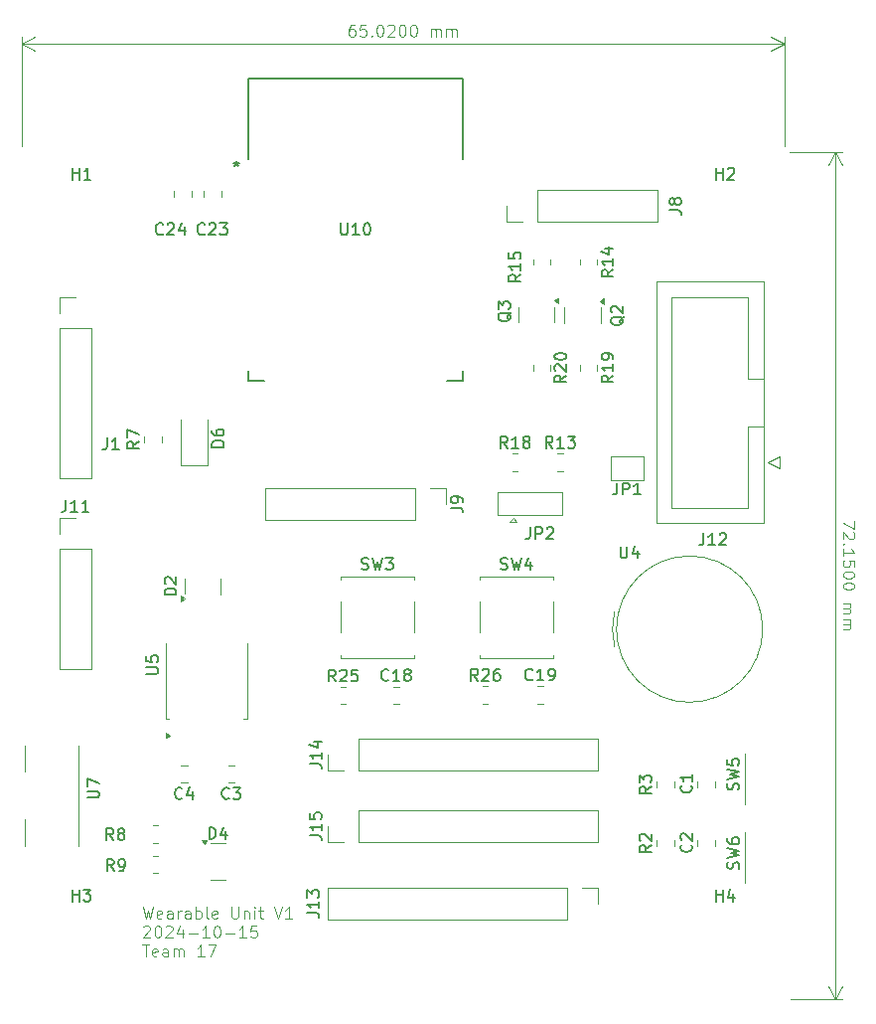
<source format=gbr>
%TF.GenerationSoftware,KiCad,Pcbnew,8.0.5*%
%TF.CreationDate,2024-10-15T02:56:10-05:00*%
%TF.ProjectId,werable_unit,77657261-626c-4655-9f75-6e69742e6b69,rev?*%
%TF.SameCoordinates,Original*%
%TF.FileFunction,Legend,Top*%
%TF.FilePolarity,Positive*%
%FSLAX46Y46*%
G04 Gerber Fmt 4.6, Leading zero omitted, Abs format (unit mm)*
G04 Created by KiCad (PCBNEW 8.0.5) date 2024-10-15 02:56:10*
%MOMM*%
%LPD*%
G01*
G04 APERTURE LIST*
%ADD10C,0.100000*%
%ADD11C,0.150000*%
%ADD12C,0.120000*%
%ADD13C,0.152400*%
G04 APERTURE END LIST*
D10*
X78898646Y-112552531D02*
X79136741Y-113552531D01*
X79136741Y-113552531D02*
X79327217Y-112838245D01*
X79327217Y-112838245D02*
X79517693Y-113552531D01*
X79517693Y-113552531D02*
X79755789Y-112552531D01*
X80517693Y-113504912D02*
X80422455Y-113552531D01*
X80422455Y-113552531D02*
X80231979Y-113552531D01*
X80231979Y-113552531D02*
X80136741Y-113504912D01*
X80136741Y-113504912D02*
X80089122Y-113409673D01*
X80089122Y-113409673D02*
X80089122Y-113028721D01*
X80089122Y-113028721D02*
X80136741Y-112933483D01*
X80136741Y-112933483D02*
X80231979Y-112885864D01*
X80231979Y-112885864D02*
X80422455Y-112885864D01*
X80422455Y-112885864D02*
X80517693Y-112933483D01*
X80517693Y-112933483D02*
X80565312Y-113028721D01*
X80565312Y-113028721D02*
X80565312Y-113123959D01*
X80565312Y-113123959D02*
X80089122Y-113219197D01*
X81422455Y-113552531D02*
X81422455Y-113028721D01*
X81422455Y-113028721D02*
X81374836Y-112933483D01*
X81374836Y-112933483D02*
X81279598Y-112885864D01*
X81279598Y-112885864D02*
X81089122Y-112885864D01*
X81089122Y-112885864D02*
X80993884Y-112933483D01*
X81422455Y-113504912D02*
X81327217Y-113552531D01*
X81327217Y-113552531D02*
X81089122Y-113552531D01*
X81089122Y-113552531D02*
X80993884Y-113504912D01*
X80993884Y-113504912D02*
X80946265Y-113409673D01*
X80946265Y-113409673D02*
X80946265Y-113314435D01*
X80946265Y-113314435D02*
X80993884Y-113219197D01*
X80993884Y-113219197D02*
X81089122Y-113171578D01*
X81089122Y-113171578D02*
X81327217Y-113171578D01*
X81327217Y-113171578D02*
X81422455Y-113123959D01*
X81898646Y-113552531D02*
X81898646Y-112885864D01*
X81898646Y-113076340D02*
X81946265Y-112981102D01*
X81946265Y-112981102D02*
X81993884Y-112933483D01*
X81993884Y-112933483D02*
X82089122Y-112885864D01*
X82089122Y-112885864D02*
X82184360Y-112885864D01*
X82946265Y-113552531D02*
X82946265Y-113028721D01*
X82946265Y-113028721D02*
X82898646Y-112933483D01*
X82898646Y-112933483D02*
X82803408Y-112885864D01*
X82803408Y-112885864D02*
X82612932Y-112885864D01*
X82612932Y-112885864D02*
X82517694Y-112933483D01*
X82946265Y-113504912D02*
X82851027Y-113552531D01*
X82851027Y-113552531D02*
X82612932Y-113552531D01*
X82612932Y-113552531D02*
X82517694Y-113504912D01*
X82517694Y-113504912D02*
X82470075Y-113409673D01*
X82470075Y-113409673D02*
X82470075Y-113314435D01*
X82470075Y-113314435D02*
X82517694Y-113219197D01*
X82517694Y-113219197D02*
X82612932Y-113171578D01*
X82612932Y-113171578D02*
X82851027Y-113171578D01*
X82851027Y-113171578D02*
X82946265Y-113123959D01*
X83422456Y-113552531D02*
X83422456Y-112552531D01*
X83422456Y-112933483D02*
X83517694Y-112885864D01*
X83517694Y-112885864D02*
X83708170Y-112885864D01*
X83708170Y-112885864D02*
X83803408Y-112933483D01*
X83803408Y-112933483D02*
X83851027Y-112981102D01*
X83851027Y-112981102D02*
X83898646Y-113076340D01*
X83898646Y-113076340D02*
X83898646Y-113362054D01*
X83898646Y-113362054D02*
X83851027Y-113457292D01*
X83851027Y-113457292D02*
X83803408Y-113504912D01*
X83803408Y-113504912D02*
X83708170Y-113552531D01*
X83708170Y-113552531D02*
X83517694Y-113552531D01*
X83517694Y-113552531D02*
X83422456Y-113504912D01*
X84470075Y-113552531D02*
X84374837Y-113504912D01*
X84374837Y-113504912D02*
X84327218Y-113409673D01*
X84327218Y-113409673D02*
X84327218Y-112552531D01*
X85231980Y-113504912D02*
X85136742Y-113552531D01*
X85136742Y-113552531D02*
X84946266Y-113552531D01*
X84946266Y-113552531D02*
X84851028Y-113504912D01*
X84851028Y-113504912D02*
X84803409Y-113409673D01*
X84803409Y-113409673D02*
X84803409Y-113028721D01*
X84803409Y-113028721D02*
X84851028Y-112933483D01*
X84851028Y-112933483D02*
X84946266Y-112885864D01*
X84946266Y-112885864D02*
X85136742Y-112885864D01*
X85136742Y-112885864D02*
X85231980Y-112933483D01*
X85231980Y-112933483D02*
X85279599Y-113028721D01*
X85279599Y-113028721D02*
X85279599Y-113123959D01*
X85279599Y-113123959D02*
X84803409Y-113219197D01*
X86470076Y-112552531D02*
X86470076Y-113362054D01*
X86470076Y-113362054D02*
X86517695Y-113457292D01*
X86517695Y-113457292D02*
X86565314Y-113504912D01*
X86565314Y-113504912D02*
X86660552Y-113552531D01*
X86660552Y-113552531D02*
X86851028Y-113552531D01*
X86851028Y-113552531D02*
X86946266Y-113504912D01*
X86946266Y-113504912D02*
X86993885Y-113457292D01*
X86993885Y-113457292D02*
X87041504Y-113362054D01*
X87041504Y-113362054D02*
X87041504Y-112552531D01*
X87517695Y-112885864D02*
X87517695Y-113552531D01*
X87517695Y-112981102D02*
X87565314Y-112933483D01*
X87565314Y-112933483D02*
X87660552Y-112885864D01*
X87660552Y-112885864D02*
X87803409Y-112885864D01*
X87803409Y-112885864D02*
X87898647Y-112933483D01*
X87898647Y-112933483D02*
X87946266Y-113028721D01*
X87946266Y-113028721D02*
X87946266Y-113552531D01*
X88422457Y-113552531D02*
X88422457Y-112885864D01*
X88422457Y-112552531D02*
X88374838Y-112600150D01*
X88374838Y-112600150D02*
X88422457Y-112647769D01*
X88422457Y-112647769D02*
X88470076Y-112600150D01*
X88470076Y-112600150D02*
X88422457Y-112552531D01*
X88422457Y-112552531D02*
X88422457Y-112647769D01*
X88755790Y-112885864D02*
X89136742Y-112885864D01*
X88898647Y-112552531D02*
X88898647Y-113409673D01*
X88898647Y-113409673D02*
X88946266Y-113504912D01*
X88946266Y-113504912D02*
X89041504Y-113552531D01*
X89041504Y-113552531D02*
X89136742Y-113552531D01*
X90089124Y-112552531D02*
X90422457Y-113552531D01*
X90422457Y-113552531D02*
X90755790Y-112552531D01*
X91612933Y-113552531D02*
X91041505Y-113552531D01*
X91327219Y-113552531D02*
X91327219Y-112552531D01*
X91327219Y-112552531D02*
X91231981Y-112695388D01*
X91231981Y-112695388D02*
X91136743Y-112790626D01*
X91136743Y-112790626D02*
X91041505Y-112838245D01*
X78946265Y-114257713D02*
X78993884Y-114210094D01*
X78993884Y-114210094D02*
X79089122Y-114162475D01*
X79089122Y-114162475D02*
X79327217Y-114162475D01*
X79327217Y-114162475D02*
X79422455Y-114210094D01*
X79422455Y-114210094D02*
X79470074Y-114257713D01*
X79470074Y-114257713D02*
X79517693Y-114352951D01*
X79517693Y-114352951D02*
X79517693Y-114448189D01*
X79517693Y-114448189D02*
X79470074Y-114591046D01*
X79470074Y-114591046D02*
X78898646Y-115162475D01*
X78898646Y-115162475D02*
X79517693Y-115162475D01*
X80136741Y-114162475D02*
X80231979Y-114162475D01*
X80231979Y-114162475D02*
X80327217Y-114210094D01*
X80327217Y-114210094D02*
X80374836Y-114257713D01*
X80374836Y-114257713D02*
X80422455Y-114352951D01*
X80422455Y-114352951D02*
X80470074Y-114543427D01*
X80470074Y-114543427D02*
X80470074Y-114781522D01*
X80470074Y-114781522D02*
X80422455Y-114971998D01*
X80422455Y-114971998D02*
X80374836Y-115067236D01*
X80374836Y-115067236D02*
X80327217Y-115114856D01*
X80327217Y-115114856D02*
X80231979Y-115162475D01*
X80231979Y-115162475D02*
X80136741Y-115162475D01*
X80136741Y-115162475D02*
X80041503Y-115114856D01*
X80041503Y-115114856D02*
X79993884Y-115067236D01*
X79993884Y-115067236D02*
X79946265Y-114971998D01*
X79946265Y-114971998D02*
X79898646Y-114781522D01*
X79898646Y-114781522D02*
X79898646Y-114543427D01*
X79898646Y-114543427D02*
X79946265Y-114352951D01*
X79946265Y-114352951D02*
X79993884Y-114257713D01*
X79993884Y-114257713D02*
X80041503Y-114210094D01*
X80041503Y-114210094D02*
X80136741Y-114162475D01*
X80851027Y-114257713D02*
X80898646Y-114210094D01*
X80898646Y-114210094D02*
X80993884Y-114162475D01*
X80993884Y-114162475D02*
X81231979Y-114162475D01*
X81231979Y-114162475D02*
X81327217Y-114210094D01*
X81327217Y-114210094D02*
X81374836Y-114257713D01*
X81374836Y-114257713D02*
X81422455Y-114352951D01*
X81422455Y-114352951D02*
X81422455Y-114448189D01*
X81422455Y-114448189D02*
X81374836Y-114591046D01*
X81374836Y-114591046D02*
X80803408Y-115162475D01*
X80803408Y-115162475D02*
X81422455Y-115162475D01*
X82279598Y-114495808D02*
X82279598Y-115162475D01*
X82041503Y-114114856D02*
X81803408Y-114829141D01*
X81803408Y-114829141D02*
X82422455Y-114829141D01*
X82803408Y-114781522D02*
X83565313Y-114781522D01*
X84565312Y-115162475D02*
X83993884Y-115162475D01*
X84279598Y-115162475D02*
X84279598Y-114162475D01*
X84279598Y-114162475D02*
X84184360Y-114305332D01*
X84184360Y-114305332D02*
X84089122Y-114400570D01*
X84089122Y-114400570D02*
X83993884Y-114448189D01*
X85184360Y-114162475D02*
X85279598Y-114162475D01*
X85279598Y-114162475D02*
X85374836Y-114210094D01*
X85374836Y-114210094D02*
X85422455Y-114257713D01*
X85422455Y-114257713D02*
X85470074Y-114352951D01*
X85470074Y-114352951D02*
X85517693Y-114543427D01*
X85517693Y-114543427D02*
X85517693Y-114781522D01*
X85517693Y-114781522D02*
X85470074Y-114971998D01*
X85470074Y-114971998D02*
X85422455Y-115067236D01*
X85422455Y-115067236D02*
X85374836Y-115114856D01*
X85374836Y-115114856D02*
X85279598Y-115162475D01*
X85279598Y-115162475D02*
X85184360Y-115162475D01*
X85184360Y-115162475D02*
X85089122Y-115114856D01*
X85089122Y-115114856D02*
X85041503Y-115067236D01*
X85041503Y-115067236D02*
X84993884Y-114971998D01*
X84993884Y-114971998D02*
X84946265Y-114781522D01*
X84946265Y-114781522D02*
X84946265Y-114543427D01*
X84946265Y-114543427D02*
X84993884Y-114352951D01*
X84993884Y-114352951D02*
X85041503Y-114257713D01*
X85041503Y-114257713D02*
X85089122Y-114210094D01*
X85089122Y-114210094D02*
X85184360Y-114162475D01*
X85946265Y-114781522D02*
X86708170Y-114781522D01*
X87708169Y-115162475D02*
X87136741Y-115162475D01*
X87422455Y-115162475D02*
X87422455Y-114162475D01*
X87422455Y-114162475D02*
X87327217Y-114305332D01*
X87327217Y-114305332D02*
X87231979Y-114400570D01*
X87231979Y-114400570D02*
X87136741Y-114448189D01*
X88612931Y-114162475D02*
X88136741Y-114162475D01*
X88136741Y-114162475D02*
X88089122Y-114638665D01*
X88089122Y-114638665D02*
X88136741Y-114591046D01*
X88136741Y-114591046D02*
X88231979Y-114543427D01*
X88231979Y-114543427D02*
X88470074Y-114543427D01*
X88470074Y-114543427D02*
X88565312Y-114591046D01*
X88565312Y-114591046D02*
X88612931Y-114638665D01*
X88612931Y-114638665D02*
X88660550Y-114733903D01*
X88660550Y-114733903D02*
X88660550Y-114971998D01*
X88660550Y-114971998D02*
X88612931Y-115067236D01*
X88612931Y-115067236D02*
X88565312Y-115114856D01*
X88565312Y-115114856D02*
X88470074Y-115162475D01*
X88470074Y-115162475D02*
X88231979Y-115162475D01*
X88231979Y-115162475D02*
X88136741Y-115114856D01*
X88136741Y-115114856D02*
X88089122Y-115067236D01*
X78851027Y-115772419D02*
X79422455Y-115772419D01*
X79136741Y-116772419D02*
X79136741Y-115772419D01*
X80136741Y-116724800D02*
X80041503Y-116772419D01*
X80041503Y-116772419D02*
X79851027Y-116772419D01*
X79851027Y-116772419D02*
X79755789Y-116724800D01*
X79755789Y-116724800D02*
X79708170Y-116629561D01*
X79708170Y-116629561D02*
X79708170Y-116248609D01*
X79708170Y-116248609D02*
X79755789Y-116153371D01*
X79755789Y-116153371D02*
X79851027Y-116105752D01*
X79851027Y-116105752D02*
X80041503Y-116105752D01*
X80041503Y-116105752D02*
X80136741Y-116153371D01*
X80136741Y-116153371D02*
X80184360Y-116248609D01*
X80184360Y-116248609D02*
X80184360Y-116343847D01*
X80184360Y-116343847D02*
X79708170Y-116439085D01*
X81041503Y-116772419D02*
X81041503Y-116248609D01*
X81041503Y-116248609D02*
X80993884Y-116153371D01*
X80993884Y-116153371D02*
X80898646Y-116105752D01*
X80898646Y-116105752D02*
X80708170Y-116105752D01*
X80708170Y-116105752D02*
X80612932Y-116153371D01*
X81041503Y-116724800D02*
X80946265Y-116772419D01*
X80946265Y-116772419D02*
X80708170Y-116772419D01*
X80708170Y-116772419D02*
X80612932Y-116724800D01*
X80612932Y-116724800D02*
X80565313Y-116629561D01*
X80565313Y-116629561D02*
X80565313Y-116534323D01*
X80565313Y-116534323D02*
X80612932Y-116439085D01*
X80612932Y-116439085D02*
X80708170Y-116391466D01*
X80708170Y-116391466D02*
X80946265Y-116391466D01*
X80946265Y-116391466D02*
X81041503Y-116343847D01*
X81517694Y-116772419D02*
X81517694Y-116105752D01*
X81517694Y-116200990D02*
X81565313Y-116153371D01*
X81565313Y-116153371D02*
X81660551Y-116105752D01*
X81660551Y-116105752D02*
X81803408Y-116105752D01*
X81803408Y-116105752D02*
X81898646Y-116153371D01*
X81898646Y-116153371D02*
X81946265Y-116248609D01*
X81946265Y-116248609D02*
X81946265Y-116772419D01*
X81946265Y-116248609D02*
X81993884Y-116153371D01*
X81993884Y-116153371D02*
X82089122Y-116105752D01*
X82089122Y-116105752D02*
X82231979Y-116105752D01*
X82231979Y-116105752D02*
X82327218Y-116153371D01*
X82327218Y-116153371D02*
X82374837Y-116248609D01*
X82374837Y-116248609D02*
X82374837Y-116772419D01*
X84136741Y-116772419D02*
X83565313Y-116772419D01*
X83851027Y-116772419D02*
X83851027Y-115772419D01*
X83851027Y-115772419D02*
X83755789Y-115915276D01*
X83755789Y-115915276D02*
X83660551Y-116010514D01*
X83660551Y-116010514D02*
X83565313Y-116058133D01*
X84470075Y-115772419D02*
X85136741Y-115772419D01*
X85136741Y-115772419D02*
X84708170Y-116772419D01*
X139578685Y-79657503D02*
X139578777Y-80324170D01*
X139578777Y-80324170D02*
X138578718Y-79895737D01*
X139483585Y-80657517D02*
X139531211Y-80705129D01*
X139531211Y-80705129D02*
X139578843Y-80800361D01*
X139578843Y-80800361D02*
X139578876Y-81038456D01*
X139578876Y-81038456D02*
X139531270Y-81133701D01*
X139531270Y-81133701D02*
X139483658Y-81181326D01*
X139483658Y-81181326D02*
X139388426Y-81228958D01*
X139388426Y-81228958D02*
X139293188Y-81228972D01*
X139293188Y-81228972D02*
X139150324Y-81181372D01*
X139150324Y-81181372D02*
X138578817Y-80610023D01*
X138578817Y-80610023D02*
X138578902Y-81229071D01*
X138674200Y-81657629D02*
X138626588Y-81705255D01*
X138626588Y-81705255D02*
X138578962Y-81657642D01*
X138578962Y-81657642D02*
X138626574Y-81610017D01*
X138626574Y-81610017D02*
X138674200Y-81657629D01*
X138674200Y-81657629D02*
X138578962Y-81657642D01*
X138579100Y-82657642D02*
X138579021Y-82086213D01*
X138579061Y-82371927D02*
X139579061Y-82371789D01*
X139579061Y-82371789D02*
X139436191Y-82276570D01*
X139436191Y-82276570D02*
X139340939Y-82181346D01*
X139340939Y-82181346D02*
X139293307Y-82086114D01*
X139579226Y-83562265D02*
X139579160Y-83086075D01*
X139579160Y-83086075D02*
X139102963Y-83038522D01*
X139102963Y-83038522D02*
X139150588Y-83086134D01*
X139150588Y-83086134D02*
X139198221Y-83181365D01*
X139198221Y-83181365D02*
X139198254Y-83419461D01*
X139198254Y-83419461D02*
X139150648Y-83514705D01*
X139150648Y-83514705D02*
X139103035Y-83562331D01*
X139103035Y-83562331D02*
X139007804Y-83609963D01*
X139007804Y-83609963D02*
X138769709Y-83609996D01*
X138769709Y-83609996D02*
X138674464Y-83562390D01*
X138674464Y-83562390D02*
X138626838Y-83514778D01*
X138626838Y-83514778D02*
X138579206Y-83419546D01*
X138579206Y-83419546D02*
X138579173Y-83181451D01*
X138579173Y-83181451D02*
X138626779Y-83086207D01*
X138626779Y-83086207D02*
X138674391Y-83038581D01*
X139579318Y-84228932D02*
X139579331Y-84324170D01*
X139579331Y-84324170D02*
X139531726Y-84419415D01*
X139531726Y-84419415D02*
X139484113Y-84467040D01*
X139484113Y-84467040D02*
X139388882Y-84514672D01*
X139388882Y-84514672D02*
X139198412Y-84562318D01*
X139198412Y-84562318D02*
X138960317Y-84562351D01*
X138960317Y-84562351D02*
X138769834Y-84514758D01*
X138769834Y-84514758D02*
X138674589Y-84467152D01*
X138674589Y-84467152D02*
X138626964Y-84419540D01*
X138626964Y-84419540D02*
X138579331Y-84324308D01*
X138579331Y-84324308D02*
X138579318Y-84229070D01*
X138579318Y-84229070D02*
X138626924Y-84133826D01*
X138626924Y-84133826D02*
X138674537Y-84086200D01*
X138674537Y-84086200D02*
X138769768Y-84038568D01*
X138769768Y-84038568D02*
X138960238Y-83990922D01*
X138960238Y-83990922D02*
X139198333Y-83990889D01*
X139198333Y-83990889D02*
X139388816Y-84038482D01*
X139388816Y-84038482D02*
X139484060Y-84086088D01*
X139484060Y-84086088D02*
X139531686Y-84133700D01*
X139531686Y-84133700D02*
X139579318Y-84228932D01*
X139579450Y-85181313D02*
X139579463Y-85276551D01*
X139579463Y-85276551D02*
X139531858Y-85371796D01*
X139531858Y-85371796D02*
X139484245Y-85419421D01*
X139484245Y-85419421D02*
X139389014Y-85467053D01*
X139389014Y-85467053D02*
X139198544Y-85514699D01*
X139198544Y-85514699D02*
X138960449Y-85514732D01*
X138960449Y-85514732D02*
X138769966Y-85467139D01*
X138769966Y-85467139D02*
X138674721Y-85419533D01*
X138674721Y-85419533D02*
X138627096Y-85371921D01*
X138627096Y-85371921D02*
X138579463Y-85276689D01*
X138579463Y-85276689D02*
X138579450Y-85181451D01*
X138579450Y-85181451D02*
X138627056Y-85086207D01*
X138627056Y-85086207D02*
X138674669Y-85038581D01*
X138674669Y-85038581D02*
X138769900Y-84990949D01*
X138769900Y-84990949D02*
X138960370Y-84943303D01*
X138960370Y-84943303D02*
X139198465Y-84943270D01*
X139198465Y-84943270D02*
X139388948Y-84990863D01*
X139388948Y-84990863D02*
X139484192Y-85038469D01*
X139484192Y-85038469D02*
X139531818Y-85086081D01*
X139531818Y-85086081D02*
X139579450Y-85181313D01*
X138579661Y-86705261D02*
X139246328Y-86705169D01*
X139151090Y-86705182D02*
X139198716Y-86752794D01*
X139198716Y-86752794D02*
X139246348Y-86848026D01*
X139246348Y-86848026D02*
X139246368Y-86990883D01*
X139246368Y-86990883D02*
X139198762Y-87086128D01*
X139198762Y-87086128D02*
X139103530Y-87133760D01*
X139103530Y-87133760D02*
X138579721Y-87133833D01*
X139103530Y-87133760D02*
X139198775Y-87181366D01*
X139198775Y-87181366D02*
X139246407Y-87276597D01*
X139246407Y-87276597D02*
X139246427Y-87419454D01*
X139246427Y-87419454D02*
X139198821Y-87514699D01*
X139198821Y-87514699D02*
X139103590Y-87562331D01*
X139103590Y-87562331D02*
X138579780Y-87562404D01*
X138579846Y-88038594D02*
X139246513Y-88038502D01*
X139151275Y-88038515D02*
X139198900Y-88086127D01*
X139198900Y-88086127D02*
X139246533Y-88181359D01*
X139246533Y-88181359D02*
X139246553Y-88324216D01*
X139246553Y-88324216D02*
X139198947Y-88419461D01*
X139198947Y-88419461D02*
X139103715Y-88467093D01*
X139103715Y-88467093D02*
X138579906Y-88467166D01*
X139103715Y-88467093D02*
X139198960Y-88514699D01*
X139198960Y-88514699D02*
X139246592Y-88609930D01*
X139246592Y-88609930D02*
X139246612Y-88752787D01*
X139246612Y-88752787D02*
X139199006Y-88848032D01*
X139199006Y-88848032D02*
X139103775Y-88895664D01*
X139103775Y-88895664D02*
X138579965Y-88895737D01*
X134080000Y-48249931D02*
X138518171Y-48249316D01*
X134090000Y-120399931D02*
X138528171Y-120399316D01*
X137931751Y-48249397D02*
X137941751Y-120399397D01*
X137931751Y-48249397D02*
X137941751Y-120399397D01*
X137931751Y-48249397D02*
X138518328Y-49375819D01*
X137931751Y-48249397D02*
X137345486Y-49375982D01*
X137941751Y-120399397D02*
X137355174Y-119272975D01*
X137941751Y-120399397D02*
X138528016Y-119272812D01*
X96928807Y-37426507D02*
X96738330Y-37426478D01*
X96738330Y-37426478D02*
X96643085Y-37474082D01*
X96643085Y-37474082D02*
X96595459Y-37521694D01*
X96595459Y-37521694D02*
X96500199Y-37664537D01*
X96500199Y-37664537D02*
X96452550Y-37855006D01*
X96452550Y-37855006D02*
X96452492Y-38235958D01*
X96452492Y-38235958D02*
X96500096Y-38331203D01*
X96500096Y-38331203D02*
X96547708Y-38378830D01*
X96547708Y-38378830D02*
X96642939Y-38426463D01*
X96642939Y-38426463D02*
X96833415Y-38426493D01*
X96833415Y-38426493D02*
X96928660Y-38378888D01*
X96928660Y-38378888D02*
X96976287Y-38331277D01*
X96976287Y-38331277D02*
X97023920Y-38236046D01*
X97023920Y-38236046D02*
X97023957Y-37997951D01*
X97023957Y-37997951D02*
X96976352Y-37902705D01*
X96976352Y-37902705D02*
X96928741Y-37855079D01*
X96928741Y-37855079D02*
X96833510Y-37807445D01*
X96833510Y-37807445D02*
X96643034Y-37807416D01*
X96643034Y-37807416D02*
X96547788Y-37855020D01*
X96547788Y-37855020D02*
X96500162Y-37902632D01*
X96500162Y-37902632D02*
X96452528Y-37997863D01*
X97928807Y-37426661D02*
X97452616Y-37426588D01*
X97452616Y-37426588D02*
X97404924Y-37902771D01*
X97404924Y-37902771D02*
X97452550Y-37855159D01*
X97452550Y-37855159D02*
X97547796Y-37807555D01*
X97547796Y-37807555D02*
X97785891Y-37807592D01*
X97785891Y-37807592D02*
X97881122Y-37855225D01*
X97881122Y-37855225D02*
X97928733Y-37902852D01*
X97928733Y-37902852D02*
X97976338Y-37998097D01*
X97976338Y-37998097D02*
X97976301Y-38236192D01*
X97976301Y-38236192D02*
X97928668Y-38331423D01*
X97928668Y-38331423D02*
X97881041Y-38379035D01*
X97881041Y-38379035D02*
X97785796Y-38426639D01*
X97785796Y-38426639D02*
X97547701Y-38426603D01*
X97547701Y-38426603D02*
X97452470Y-38378969D01*
X97452470Y-38378969D02*
X97404858Y-38331343D01*
X98404858Y-38331496D02*
X98452470Y-38379123D01*
X98452470Y-38379123D02*
X98404843Y-38426734D01*
X98404843Y-38426734D02*
X98357232Y-38379108D01*
X98357232Y-38379108D02*
X98404858Y-38331496D01*
X98404858Y-38331496D02*
X98404843Y-38426734D01*
X99071663Y-37426837D02*
X99166901Y-37426852D01*
X99166901Y-37426852D02*
X99262132Y-37474485D01*
X99262132Y-37474485D02*
X99309744Y-37522112D01*
X99309744Y-37522112D02*
X99357348Y-37617357D01*
X99357348Y-37617357D02*
X99404938Y-37807841D01*
X99404938Y-37807841D02*
X99404902Y-38045936D01*
X99404902Y-38045936D02*
X99357253Y-38236405D01*
X99357253Y-38236405D02*
X99309619Y-38331635D01*
X99309619Y-38331635D02*
X99261993Y-38379247D01*
X99261993Y-38379247D02*
X99166748Y-38426852D01*
X99166748Y-38426852D02*
X99071510Y-38426837D01*
X99071510Y-38426837D02*
X98976279Y-38379203D01*
X98976279Y-38379203D02*
X98928667Y-38331577D01*
X98928667Y-38331577D02*
X98881063Y-38236331D01*
X98881063Y-38236331D02*
X98833473Y-38045848D01*
X98833473Y-38045848D02*
X98833510Y-37807753D01*
X98833510Y-37807753D02*
X98881158Y-37617284D01*
X98881158Y-37617284D02*
X98928792Y-37522053D01*
X98928792Y-37522053D02*
X98976418Y-37474441D01*
X98976418Y-37474441D02*
X99071663Y-37426837D01*
X99785935Y-37522185D02*
X99833561Y-37474573D01*
X99833561Y-37474573D02*
X99928806Y-37426969D01*
X99928806Y-37426969D02*
X100166902Y-37427005D01*
X100166902Y-37427005D02*
X100262132Y-37474639D01*
X100262132Y-37474639D02*
X100309744Y-37522265D01*
X100309744Y-37522265D02*
X100357348Y-37617511D01*
X100357348Y-37617511D02*
X100357334Y-37712749D01*
X100357334Y-37712749D02*
X100309693Y-37855599D01*
X100309693Y-37855599D02*
X99738176Y-38426939D01*
X99738176Y-38426939D02*
X100357224Y-38427035D01*
X100976425Y-37427130D02*
X101071663Y-37427145D01*
X101071663Y-37427145D02*
X101166894Y-37474778D01*
X101166894Y-37474778D02*
X101214506Y-37522405D01*
X101214506Y-37522405D02*
X101262110Y-37617650D01*
X101262110Y-37617650D02*
X101309700Y-37808134D01*
X101309700Y-37808134D02*
X101309663Y-38046229D01*
X101309663Y-38046229D02*
X101262015Y-38236698D01*
X101262015Y-38236698D02*
X101214381Y-38331928D01*
X101214381Y-38331928D02*
X101166755Y-38379540D01*
X101166755Y-38379540D02*
X101071510Y-38427145D01*
X101071510Y-38427145D02*
X100976272Y-38427130D01*
X100976272Y-38427130D02*
X100881041Y-38379496D01*
X100881041Y-38379496D02*
X100833429Y-38331870D01*
X100833429Y-38331870D02*
X100785825Y-38236624D01*
X100785825Y-38236624D02*
X100738235Y-38046141D01*
X100738235Y-38046141D02*
X100738272Y-37808046D01*
X100738272Y-37808046D02*
X100785920Y-37617577D01*
X100785920Y-37617577D02*
X100833554Y-37522346D01*
X100833554Y-37522346D02*
X100881180Y-37474734D01*
X100881180Y-37474734D02*
X100976425Y-37427130D01*
X101928806Y-37427276D02*
X102024044Y-37427291D01*
X102024044Y-37427291D02*
X102119275Y-37474925D01*
X102119275Y-37474925D02*
X102166887Y-37522551D01*
X102166887Y-37522551D02*
X102214491Y-37617797D01*
X102214491Y-37617797D02*
X102262081Y-37808280D01*
X102262081Y-37808280D02*
X102262044Y-38046375D01*
X102262044Y-38046375D02*
X102214396Y-38236844D01*
X102214396Y-38236844D02*
X102166762Y-38332075D01*
X102166762Y-38332075D02*
X102119136Y-38379687D01*
X102119136Y-38379687D02*
X102023891Y-38427291D01*
X102023891Y-38427291D02*
X101928653Y-38427276D01*
X101928653Y-38427276D02*
X101833422Y-38379643D01*
X101833422Y-38379643D02*
X101785810Y-38332016D01*
X101785810Y-38332016D02*
X101738206Y-38236771D01*
X101738206Y-38236771D02*
X101690616Y-38046287D01*
X101690616Y-38046287D02*
X101690653Y-37808192D01*
X101690653Y-37808192D02*
X101738301Y-37617723D01*
X101738301Y-37617723D02*
X101785935Y-37522493D01*
X101785935Y-37522493D02*
X101833561Y-37474881D01*
X101833561Y-37474881D02*
X101928806Y-37427276D01*
X103452462Y-38427511D02*
X103452565Y-37760844D01*
X103452550Y-37856082D02*
X103500177Y-37808470D01*
X103500177Y-37808470D02*
X103595422Y-37760866D01*
X103595422Y-37760866D02*
X103738279Y-37760888D01*
X103738279Y-37760888D02*
X103833510Y-37808522D01*
X103833510Y-37808522D02*
X103881114Y-37903767D01*
X103881114Y-37903767D02*
X103881034Y-38427577D01*
X103881114Y-37903767D02*
X103928748Y-37808536D01*
X103928748Y-37808536D02*
X104023993Y-37760932D01*
X104023993Y-37760932D02*
X104166851Y-37760954D01*
X104166851Y-37760954D02*
X104262081Y-37808588D01*
X104262081Y-37808588D02*
X104309686Y-37903833D01*
X104309686Y-37903833D02*
X104309605Y-38427643D01*
X104785795Y-38427716D02*
X104785898Y-37761049D01*
X104785883Y-37856287D02*
X104833510Y-37808676D01*
X104833510Y-37808676D02*
X104928755Y-37761071D01*
X104928755Y-37761071D02*
X105071612Y-37761093D01*
X105071612Y-37761093D02*
X105166843Y-37808727D01*
X105166843Y-37808727D02*
X105214447Y-37903972D01*
X105214447Y-37903972D02*
X105214367Y-38427782D01*
X105214447Y-37903972D02*
X105262081Y-37808741D01*
X105262081Y-37808741D02*
X105357326Y-37761137D01*
X105357326Y-37761137D02*
X105500184Y-37761159D01*
X105500184Y-37761159D02*
X105595414Y-37808793D01*
X105595414Y-37808793D02*
X105643019Y-37904038D01*
X105643019Y-37904038D02*
X105642938Y-38427848D01*
X68560077Y-47740000D02*
X68561501Y-38478306D01*
X133580077Y-47750000D02*
X133581501Y-38488306D01*
X68561411Y-39064726D02*
X133581411Y-39074726D01*
X68561411Y-39064726D02*
X133581411Y-39074726D01*
X68561411Y-39064726D02*
X69688005Y-38478479D01*
X68561411Y-39064726D02*
X69687825Y-39651320D01*
X133581411Y-39074726D02*
X132454817Y-39660973D01*
X133581411Y-39074726D02*
X132454997Y-38488132D01*
D11*
X111926666Y-80226819D02*
X111926666Y-80941104D01*
X111926666Y-80941104D02*
X111879047Y-81083961D01*
X111879047Y-81083961D02*
X111783809Y-81179200D01*
X111783809Y-81179200D02*
X111640952Y-81226819D01*
X111640952Y-81226819D02*
X111545714Y-81226819D01*
X112402857Y-81226819D02*
X112402857Y-80226819D01*
X112402857Y-80226819D02*
X112783809Y-80226819D01*
X112783809Y-80226819D02*
X112879047Y-80274438D01*
X112879047Y-80274438D02*
X112926666Y-80322057D01*
X112926666Y-80322057D02*
X112974285Y-80417295D01*
X112974285Y-80417295D02*
X112974285Y-80560152D01*
X112974285Y-80560152D02*
X112926666Y-80655390D01*
X112926666Y-80655390D02*
X112879047Y-80703009D01*
X112879047Y-80703009D02*
X112783809Y-80750628D01*
X112783809Y-80750628D02*
X112402857Y-80750628D01*
X113355238Y-80322057D02*
X113402857Y-80274438D01*
X113402857Y-80274438D02*
X113498095Y-80226819D01*
X113498095Y-80226819D02*
X113736190Y-80226819D01*
X113736190Y-80226819D02*
X113831428Y-80274438D01*
X113831428Y-80274438D02*
X113879047Y-80322057D01*
X113879047Y-80322057D02*
X113926666Y-80417295D01*
X113926666Y-80417295D02*
X113926666Y-80512533D01*
X113926666Y-80512533D02*
X113879047Y-80655390D01*
X113879047Y-80655390D02*
X113307619Y-81226819D01*
X113307619Y-81226819D02*
X113926666Y-81226819D01*
X119910757Y-62260838D02*
X119863138Y-62356076D01*
X119863138Y-62356076D02*
X119767900Y-62451314D01*
X119767900Y-62451314D02*
X119625042Y-62594171D01*
X119625042Y-62594171D02*
X119577423Y-62689409D01*
X119577423Y-62689409D02*
X119577423Y-62784647D01*
X119815519Y-62737028D02*
X119767900Y-62832266D01*
X119767900Y-62832266D02*
X119672661Y-62927504D01*
X119672661Y-62927504D02*
X119482185Y-62975123D01*
X119482185Y-62975123D02*
X119148852Y-62975123D01*
X119148852Y-62975123D02*
X118958376Y-62927504D01*
X118958376Y-62927504D02*
X118863138Y-62832266D01*
X118863138Y-62832266D02*
X118815519Y-62737028D01*
X118815519Y-62737028D02*
X118815519Y-62546552D01*
X118815519Y-62546552D02*
X118863138Y-62451314D01*
X118863138Y-62451314D02*
X118958376Y-62356076D01*
X118958376Y-62356076D02*
X119148852Y-62308457D01*
X119148852Y-62308457D02*
X119482185Y-62308457D01*
X119482185Y-62308457D02*
X119672661Y-62356076D01*
X119672661Y-62356076D02*
X119767900Y-62451314D01*
X119767900Y-62451314D02*
X119815519Y-62546552D01*
X119815519Y-62546552D02*
X119815519Y-62737028D01*
X118910757Y-61927504D02*
X118863138Y-61879885D01*
X118863138Y-61879885D02*
X118815519Y-61784647D01*
X118815519Y-61784647D02*
X118815519Y-61546552D01*
X118815519Y-61546552D02*
X118863138Y-61451314D01*
X118863138Y-61451314D02*
X118910757Y-61403695D01*
X118910757Y-61403695D02*
X119005995Y-61356076D01*
X119005995Y-61356076D02*
X119101233Y-61356076D01*
X119101233Y-61356076D02*
X119244090Y-61403695D01*
X119244090Y-61403695D02*
X119815519Y-61975123D01*
X119815519Y-61975123D02*
X119815519Y-61356076D01*
X109410667Y-83791200D02*
X109553524Y-83838819D01*
X109553524Y-83838819D02*
X109791619Y-83838819D01*
X109791619Y-83838819D02*
X109886857Y-83791200D01*
X109886857Y-83791200D02*
X109934476Y-83743580D01*
X109934476Y-83743580D02*
X109982095Y-83648342D01*
X109982095Y-83648342D02*
X109982095Y-83553104D01*
X109982095Y-83553104D02*
X109934476Y-83457866D01*
X109934476Y-83457866D02*
X109886857Y-83410247D01*
X109886857Y-83410247D02*
X109791619Y-83362628D01*
X109791619Y-83362628D02*
X109601143Y-83315009D01*
X109601143Y-83315009D02*
X109505905Y-83267390D01*
X109505905Y-83267390D02*
X109458286Y-83219771D01*
X109458286Y-83219771D02*
X109410667Y-83124533D01*
X109410667Y-83124533D02*
X109410667Y-83029295D01*
X109410667Y-83029295D02*
X109458286Y-82934057D01*
X109458286Y-82934057D02*
X109505905Y-82886438D01*
X109505905Y-82886438D02*
X109601143Y-82838819D01*
X109601143Y-82838819D02*
X109839238Y-82838819D01*
X109839238Y-82838819D02*
X109982095Y-82886438D01*
X110315429Y-82838819D02*
X110553524Y-83838819D01*
X110553524Y-83838819D02*
X110744000Y-83124533D01*
X110744000Y-83124533D02*
X110934476Y-83838819D01*
X110934476Y-83838819D02*
X111172572Y-82838819D01*
X111982095Y-83172152D02*
X111982095Y-83838819D01*
X111744000Y-82791200D02*
X111505905Y-83505485D01*
X111505905Y-83505485D02*
X112124952Y-83505485D01*
X119001719Y-58296657D02*
X118525528Y-58629990D01*
X119001719Y-58868085D02*
X118001719Y-58868085D01*
X118001719Y-58868085D02*
X118001719Y-58487133D01*
X118001719Y-58487133D02*
X118049338Y-58391895D01*
X118049338Y-58391895D02*
X118096957Y-58344276D01*
X118096957Y-58344276D02*
X118192195Y-58296657D01*
X118192195Y-58296657D02*
X118335052Y-58296657D01*
X118335052Y-58296657D02*
X118430290Y-58344276D01*
X118430290Y-58344276D02*
X118477909Y-58391895D01*
X118477909Y-58391895D02*
X118525528Y-58487133D01*
X118525528Y-58487133D02*
X118525528Y-58868085D01*
X119001719Y-57344276D02*
X119001719Y-57915704D01*
X119001719Y-57629990D02*
X118001719Y-57629990D01*
X118001719Y-57629990D02*
X118144576Y-57725228D01*
X118144576Y-57725228D02*
X118239814Y-57820466D01*
X118239814Y-57820466D02*
X118287433Y-57915704D01*
X118335052Y-56487133D02*
X119001719Y-56487133D01*
X117954100Y-56725228D02*
X118668385Y-56963323D01*
X118668385Y-56963323D02*
X118668385Y-56344276D01*
X93136819Y-106473523D02*
X93851104Y-106473523D01*
X93851104Y-106473523D02*
X93993961Y-106521142D01*
X93993961Y-106521142D02*
X94089200Y-106616380D01*
X94089200Y-106616380D02*
X94136819Y-106759237D01*
X94136819Y-106759237D02*
X94136819Y-106854475D01*
X94136819Y-105473523D02*
X94136819Y-106044951D01*
X94136819Y-105759237D02*
X93136819Y-105759237D01*
X93136819Y-105759237D02*
X93279676Y-105854475D01*
X93279676Y-105854475D02*
X93374914Y-105949713D01*
X93374914Y-105949713D02*
X93422533Y-106044951D01*
X93136819Y-104568761D02*
X93136819Y-105044951D01*
X93136819Y-105044951D02*
X93613009Y-105092570D01*
X93613009Y-105092570D02*
X93565390Y-105044951D01*
X93565390Y-105044951D02*
X93517771Y-104949713D01*
X93517771Y-104949713D02*
X93517771Y-104711618D01*
X93517771Y-104711618D02*
X93565390Y-104616380D01*
X93565390Y-104616380D02*
X93613009Y-104568761D01*
X93613009Y-104568761D02*
X93708247Y-104521142D01*
X93708247Y-104521142D02*
X93946342Y-104521142D01*
X93946342Y-104521142D02*
X94041580Y-104568761D01*
X94041580Y-104568761D02*
X94089200Y-104616380D01*
X94089200Y-104616380D02*
X94136819Y-104711618D01*
X94136819Y-104711618D02*
X94136819Y-104949713D01*
X94136819Y-104949713D02*
X94089200Y-105044951D01*
X94089200Y-105044951D02*
X94041580Y-105092570D01*
X76430333Y-109497019D02*
X76097000Y-109020828D01*
X75858905Y-109497019D02*
X75858905Y-108497019D01*
X75858905Y-108497019D02*
X76239857Y-108497019D01*
X76239857Y-108497019D02*
X76335095Y-108544638D01*
X76335095Y-108544638D02*
X76382714Y-108592257D01*
X76382714Y-108592257D02*
X76430333Y-108687495D01*
X76430333Y-108687495D02*
X76430333Y-108830352D01*
X76430333Y-108830352D02*
X76382714Y-108925590D01*
X76382714Y-108925590D02*
X76335095Y-108973209D01*
X76335095Y-108973209D02*
X76239857Y-109020828D01*
X76239857Y-109020828D02*
X75858905Y-109020828D01*
X76906524Y-109497019D02*
X77097000Y-109497019D01*
X77097000Y-109497019D02*
X77192238Y-109449400D01*
X77192238Y-109449400D02*
X77239857Y-109401780D01*
X77239857Y-109401780D02*
X77335095Y-109258923D01*
X77335095Y-109258923D02*
X77382714Y-109068447D01*
X77382714Y-109068447D02*
X77382714Y-108687495D01*
X77382714Y-108687495D02*
X77335095Y-108592257D01*
X77335095Y-108592257D02*
X77287476Y-108544638D01*
X77287476Y-108544638D02*
X77192238Y-108497019D01*
X77192238Y-108497019D02*
X77001762Y-108497019D01*
X77001762Y-108497019D02*
X76906524Y-108544638D01*
X76906524Y-108544638D02*
X76858905Y-108592257D01*
X76858905Y-108592257D02*
X76811286Y-108687495D01*
X76811286Y-108687495D02*
X76811286Y-108925590D01*
X76811286Y-108925590D02*
X76858905Y-109020828D01*
X76858905Y-109020828D02*
X76906524Y-109068447D01*
X76906524Y-109068447D02*
X77001762Y-109116066D01*
X77001762Y-109116066D02*
X77192238Y-109116066D01*
X77192238Y-109116066D02*
X77287476Y-109068447D01*
X77287476Y-109068447D02*
X77335095Y-109020828D01*
X77335095Y-109020828D02*
X77382714Y-108925590D01*
X76388933Y-106855419D02*
X76055600Y-106379228D01*
X75817505Y-106855419D02*
X75817505Y-105855419D01*
X75817505Y-105855419D02*
X76198457Y-105855419D01*
X76198457Y-105855419D02*
X76293695Y-105903038D01*
X76293695Y-105903038D02*
X76341314Y-105950657D01*
X76341314Y-105950657D02*
X76388933Y-106045895D01*
X76388933Y-106045895D02*
X76388933Y-106188752D01*
X76388933Y-106188752D02*
X76341314Y-106283990D01*
X76341314Y-106283990D02*
X76293695Y-106331609D01*
X76293695Y-106331609D02*
X76198457Y-106379228D01*
X76198457Y-106379228D02*
X75817505Y-106379228D01*
X76960362Y-106283990D02*
X76865124Y-106236371D01*
X76865124Y-106236371D02*
X76817505Y-106188752D01*
X76817505Y-106188752D02*
X76769886Y-106093514D01*
X76769886Y-106093514D02*
X76769886Y-106045895D01*
X76769886Y-106045895D02*
X76817505Y-105950657D01*
X76817505Y-105950657D02*
X76865124Y-105903038D01*
X76865124Y-105903038D02*
X76960362Y-105855419D01*
X76960362Y-105855419D02*
X77150838Y-105855419D01*
X77150838Y-105855419D02*
X77246076Y-105903038D01*
X77246076Y-105903038D02*
X77293695Y-105950657D01*
X77293695Y-105950657D02*
X77341314Y-106045895D01*
X77341314Y-106045895D02*
X77341314Y-106093514D01*
X77341314Y-106093514D02*
X77293695Y-106188752D01*
X77293695Y-106188752D02*
X77246076Y-106236371D01*
X77246076Y-106236371D02*
X77150838Y-106283990D01*
X77150838Y-106283990D02*
X76960362Y-106283990D01*
X76960362Y-106283990D02*
X76865124Y-106331609D01*
X76865124Y-106331609D02*
X76817505Y-106379228D01*
X76817505Y-106379228D02*
X76769886Y-106474466D01*
X76769886Y-106474466D02*
X76769886Y-106664942D01*
X76769886Y-106664942D02*
X76817505Y-106760180D01*
X76817505Y-106760180D02*
X76865124Y-106807800D01*
X76865124Y-106807800D02*
X76960362Y-106855419D01*
X76960362Y-106855419D02*
X77150838Y-106855419D01*
X77150838Y-106855419D02*
X77246076Y-106807800D01*
X77246076Y-106807800D02*
X77293695Y-106760180D01*
X77293695Y-106760180D02*
X77341314Y-106664942D01*
X77341314Y-106664942D02*
X77341314Y-106474466D01*
X77341314Y-106474466D02*
X77293695Y-106379228D01*
X77293695Y-106379228D02*
X77246076Y-106331609D01*
X77246076Y-106331609D02*
X77150838Y-106283990D01*
X93136819Y-100377523D02*
X93851104Y-100377523D01*
X93851104Y-100377523D02*
X93993961Y-100425142D01*
X93993961Y-100425142D02*
X94089200Y-100520380D01*
X94089200Y-100520380D02*
X94136819Y-100663237D01*
X94136819Y-100663237D02*
X94136819Y-100758475D01*
X94136819Y-99377523D02*
X94136819Y-99948951D01*
X94136819Y-99663237D02*
X93136819Y-99663237D01*
X93136819Y-99663237D02*
X93279676Y-99758475D01*
X93279676Y-99758475D02*
X93374914Y-99853713D01*
X93374914Y-99853713D02*
X93422533Y-99948951D01*
X93470152Y-98520380D02*
X94136819Y-98520380D01*
X93089200Y-98758475D02*
X93803485Y-98996570D01*
X93803485Y-98996570D02*
X93803485Y-98377523D01*
X127762095Y-112078819D02*
X127762095Y-111078819D01*
X127762095Y-111555009D02*
X128333523Y-111555009D01*
X128333523Y-112078819D02*
X128333523Y-111078819D01*
X129238285Y-111412152D02*
X129238285Y-112078819D01*
X129000190Y-111031200D02*
X128762095Y-111745485D01*
X128762095Y-111745485D02*
X129381142Y-111745485D01*
X95346642Y-93350819D02*
X95013309Y-92874628D01*
X94775214Y-93350819D02*
X94775214Y-92350819D01*
X94775214Y-92350819D02*
X95156166Y-92350819D01*
X95156166Y-92350819D02*
X95251404Y-92398438D01*
X95251404Y-92398438D02*
X95299023Y-92446057D01*
X95299023Y-92446057D02*
X95346642Y-92541295D01*
X95346642Y-92541295D02*
X95346642Y-92684152D01*
X95346642Y-92684152D02*
X95299023Y-92779390D01*
X95299023Y-92779390D02*
X95251404Y-92827009D01*
X95251404Y-92827009D02*
X95156166Y-92874628D01*
X95156166Y-92874628D02*
X94775214Y-92874628D01*
X95727595Y-92446057D02*
X95775214Y-92398438D01*
X95775214Y-92398438D02*
X95870452Y-92350819D01*
X95870452Y-92350819D02*
X96108547Y-92350819D01*
X96108547Y-92350819D02*
X96203785Y-92398438D01*
X96203785Y-92398438D02*
X96251404Y-92446057D01*
X96251404Y-92446057D02*
X96299023Y-92541295D01*
X96299023Y-92541295D02*
X96299023Y-92636533D01*
X96299023Y-92636533D02*
X96251404Y-92779390D01*
X96251404Y-92779390D02*
X95679976Y-93350819D01*
X95679976Y-93350819D02*
X96299023Y-93350819D01*
X97203785Y-92350819D02*
X96727595Y-92350819D01*
X96727595Y-92350819D02*
X96679976Y-92827009D01*
X96679976Y-92827009D02*
X96727595Y-92779390D01*
X96727595Y-92779390D02*
X96822833Y-92731771D01*
X96822833Y-92731771D02*
X97060928Y-92731771D01*
X97060928Y-92731771D02*
X97156166Y-92779390D01*
X97156166Y-92779390D02*
X97203785Y-92827009D01*
X97203785Y-92827009D02*
X97251404Y-92922247D01*
X97251404Y-92922247D02*
X97251404Y-93160342D01*
X97251404Y-93160342D02*
X97203785Y-93255580D01*
X97203785Y-93255580D02*
X97156166Y-93303200D01*
X97156166Y-93303200D02*
X97060928Y-93350819D01*
X97060928Y-93350819D02*
X96822833Y-93350819D01*
X96822833Y-93350819D02*
X96727595Y-93303200D01*
X96727595Y-93303200D02*
X96679976Y-93255580D01*
X74174819Y-103253904D02*
X74984342Y-103253904D01*
X74984342Y-103253904D02*
X75079580Y-103206285D01*
X75079580Y-103206285D02*
X75127200Y-103158666D01*
X75127200Y-103158666D02*
X75174819Y-103063428D01*
X75174819Y-103063428D02*
X75174819Y-102872952D01*
X75174819Y-102872952D02*
X75127200Y-102777714D01*
X75127200Y-102777714D02*
X75079580Y-102730095D01*
X75079580Y-102730095D02*
X74984342Y-102682476D01*
X74984342Y-102682476D02*
X74174819Y-102682476D01*
X74174819Y-102301523D02*
X74174819Y-101634857D01*
X74174819Y-101634857D02*
X75174819Y-102063428D01*
X112133142Y-93167580D02*
X112085523Y-93215200D01*
X112085523Y-93215200D02*
X111942666Y-93262819D01*
X111942666Y-93262819D02*
X111847428Y-93262819D01*
X111847428Y-93262819D02*
X111704571Y-93215200D01*
X111704571Y-93215200D02*
X111609333Y-93119961D01*
X111609333Y-93119961D02*
X111561714Y-93024723D01*
X111561714Y-93024723D02*
X111514095Y-92834247D01*
X111514095Y-92834247D02*
X111514095Y-92691390D01*
X111514095Y-92691390D02*
X111561714Y-92500914D01*
X111561714Y-92500914D02*
X111609333Y-92405676D01*
X111609333Y-92405676D02*
X111704571Y-92310438D01*
X111704571Y-92310438D02*
X111847428Y-92262819D01*
X111847428Y-92262819D02*
X111942666Y-92262819D01*
X111942666Y-92262819D02*
X112085523Y-92310438D01*
X112085523Y-92310438D02*
X112133142Y-92358057D01*
X113085523Y-93262819D02*
X112514095Y-93262819D01*
X112799809Y-93262819D02*
X112799809Y-92262819D01*
X112799809Y-92262819D02*
X112704571Y-92405676D01*
X112704571Y-92405676D02*
X112609333Y-92500914D01*
X112609333Y-92500914D02*
X112514095Y-92548533D01*
X113561714Y-93262819D02*
X113752190Y-93262819D01*
X113752190Y-93262819D02*
X113847428Y-93215200D01*
X113847428Y-93215200D02*
X113895047Y-93167580D01*
X113895047Y-93167580D02*
X113990285Y-93024723D01*
X113990285Y-93024723D02*
X114037904Y-92834247D01*
X114037904Y-92834247D02*
X114037904Y-92453295D01*
X114037904Y-92453295D02*
X113990285Y-92358057D01*
X113990285Y-92358057D02*
X113942666Y-92310438D01*
X113942666Y-92310438D02*
X113847428Y-92262819D01*
X113847428Y-92262819D02*
X113656952Y-92262819D01*
X113656952Y-92262819D02*
X113561714Y-92310438D01*
X113561714Y-92310438D02*
X113514095Y-92358057D01*
X113514095Y-92358057D02*
X113466476Y-92453295D01*
X113466476Y-92453295D02*
X113466476Y-92691390D01*
X113466476Y-92691390D02*
X113514095Y-92786628D01*
X113514095Y-92786628D02*
X113561714Y-92834247D01*
X113561714Y-92834247D02*
X113656952Y-92881866D01*
X113656952Y-92881866D02*
X113847428Y-92881866D01*
X113847428Y-92881866D02*
X113942666Y-92834247D01*
X113942666Y-92834247D02*
X113990285Y-92786628D01*
X113990285Y-92786628D02*
X114037904Y-92691390D01*
X105162819Y-78565333D02*
X105877104Y-78565333D01*
X105877104Y-78565333D02*
X106019961Y-78612952D01*
X106019961Y-78612952D02*
X106115200Y-78708190D01*
X106115200Y-78708190D02*
X106162819Y-78851047D01*
X106162819Y-78851047D02*
X106162819Y-78946285D01*
X106162819Y-78041523D02*
X106162819Y-77851047D01*
X106162819Y-77851047D02*
X106115200Y-77755809D01*
X106115200Y-77755809D02*
X106067580Y-77708190D01*
X106067580Y-77708190D02*
X105924723Y-77612952D01*
X105924723Y-77612952D02*
X105734247Y-77565333D01*
X105734247Y-77565333D02*
X105353295Y-77565333D01*
X105353295Y-77565333D02*
X105258057Y-77612952D01*
X105258057Y-77612952D02*
X105210438Y-77660571D01*
X105210438Y-77660571D02*
X105162819Y-77755809D01*
X105162819Y-77755809D02*
X105162819Y-77946285D01*
X105162819Y-77946285D02*
X105210438Y-78041523D01*
X105210438Y-78041523D02*
X105258057Y-78089142D01*
X105258057Y-78089142D02*
X105353295Y-78136761D01*
X105353295Y-78136761D02*
X105591390Y-78136761D01*
X105591390Y-78136761D02*
X105686628Y-78089142D01*
X105686628Y-78089142D02*
X105734247Y-78041523D01*
X105734247Y-78041523D02*
X105781866Y-77946285D01*
X105781866Y-77946285D02*
X105781866Y-77755809D01*
X105781866Y-77755809D02*
X105734247Y-77660571D01*
X105734247Y-77660571D02*
X105686628Y-77612952D01*
X105686628Y-77612952D02*
X105591390Y-77565333D01*
X126698476Y-80734819D02*
X126698476Y-81449104D01*
X126698476Y-81449104D02*
X126650857Y-81591961D01*
X126650857Y-81591961D02*
X126555619Y-81687200D01*
X126555619Y-81687200D02*
X126412762Y-81734819D01*
X126412762Y-81734819D02*
X126317524Y-81734819D01*
X127698476Y-81734819D02*
X127127048Y-81734819D01*
X127412762Y-81734819D02*
X127412762Y-80734819D01*
X127412762Y-80734819D02*
X127317524Y-80877676D01*
X127317524Y-80877676D02*
X127222286Y-80972914D01*
X127222286Y-80972914D02*
X127127048Y-81020533D01*
X128079429Y-80830057D02*
X128127048Y-80782438D01*
X128127048Y-80782438D02*
X128222286Y-80734819D01*
X128222286Y-80734819D02*
X128460381Y-80734819D01*
X128460381Y-80734819D02*
X128555619Y-80782438D01*
X128555619Y-80782438D02*
X128603238Y-80830057D01*
X128603238Y-80830057D02*
X128650857Y-80925295D01*
X128650857Y-80925295D02*
X128650857Y-81020533D01*
X128650857Y-81020533D02*
X128603238Y-81163390D01*
X128603238Y-81163390D02*
X128031810Y-81734819D01*
X128031810Y-81734819D02*
X128650857Y-81734819D01*
X95789905Y-54318819D02*
X95789905Y-55128342D01*
X95789905Y-55128342D02*
X95837524Y-55223580D01*
X95837524Y-55223580D02*
X95885143Y-55271200D01*
X95885143Y-55271200D02*
X95980381Y-55318819D01*
X95980381Y-55318819D02*
X96170857Y-55318819D01*
X96170857Y-55318819D02*
X96266095Y-55271200D01*
X96266095Y-55271200D02*
X96313714Y-55223580D01*
X96313714Y-55223580D02*
X96361333Y-55128342D01*
X96361333Y-55128342D02*
X96361333Y-54318819D01*
X97361333Y-55318819D02*
X96789905Y-55318819D01*
X97075619Y-55318819D02*
X97075619Y-54318819D01*
X97075619Y-54318819D02*
X96980381Y-54461676D01*
X96980381Y-54461676D02*
X96885143Y-54556914D01*
X96885143Y-54556914D02*
X96789905Y-54604533D01*
X97980381Y-54318819D02*
X98075619Y-54318819D01*
X98075619Y-54318819D02*
X98170857Y-54366438D01*
X98170857Y-54366438D02*
X98218476Y-54414057D01*
X98218476Y-54414057D02*
X98266095Y-54509295D01*
X98266095Y-54509295D02*
X98313714Y-54699771D01*
X98313714Y-54699771D02*
X98313714Y-54937866D01*
X98313714Y-54937866D02*
X98266095Y-55128342D01*
X98266095Y-55128342D02*
X98218476Y-55223580D01*
X98218476Y-55223580D02*
X98170857Y-55271200D01*
X98170857Y-55271200D02*
X98075619Y-55318819D01*
X98075619Y-55318819D02*
X97980381Y-55318819D01*
X97980381Y-55318819D02*
X97885143Y-55271200D01*
X97885143Y-55271200D02*
X97837524Y-55223580D01*
X97837524Y-55223580D02*
X97789905Y-55128342D01*
X97789905Y-55128342D02*
X97742286Y-54937866D01*
X97742286Y-54937866D02*
X97742286Y-54699771D01*
X97742286Y-54699771D02*
X97789905Y-54509295D01*
X97789905Y-54509295D02*
X97837524Y-54414057D01*
X97837524Y-54414057D02*
X97885143Y-54366438D01*
X97885143Y-54366438D02*
X97980381Y-54318819D01*
X86893700Y-49058819D02*
X86893700Y-49296914D01*
X86655605Y-49201676D02*
X86893700Y-49296914D01*
X86893700Y-49296914D02*
X87131795Y-49201676D01*
X86750843Y-49487390D02*
X86893700Y-49296914D01*
X86893700Y-49296914D02*
X87036557Y-49487390D01*
X86893700Y-49058819D02*
X86893700Y-49296914D01*
X86655605Y-49201676D02*
X86893700Y-49296914D01*
X86893700Y-49296914D02*
X87131795Y-49201676D01*
X86750843Y-49487390D02*
X86893700Y-49296914D01*
X86893700Y-49296914D02*
X87036557Y-49487390D01*
X78560819Y-72918666D02*
X78084628Y-73251999D01*
X78560819Y-73490094D02*
X77560819Y-73490094D01*
X77560819Y-73490094D02*
X77560819Y-73109142D01*
X77560819Y-73109142D02*
X77608438Y-73013904D01*
X77608438Y-73013904D02*
X77656057Y-72966285D01*
X77656057Y-72966285D02*
X77751295Y-72918666D01*
X77751295Y-72918666D02*
X77894152Y-72918666D01*
X77894152Y-72918666D02*
X77989390Y-72966285D01*
X77989390Y-72966285D02*
X78037009Y-73013904D01*
X78037009Y-73013904D02*
X78084628Y-73109142D01*
X78084628Y-73109142D02*
X78084628Y-73490094D01*
X77560819Y-72585332D02*
X77560819Y-71918666D01*
X77560819Y-71918666D02*
X78560819Y-72347237D01*
X111122619Y-58707257D02*
X110646428Y-59040590D01*
X111122619Y-59278685D02*
X110122619Y-59278685D01*
X110122619Y-59278685D02*
X110122619Y-58897733D01*
X110122619Y-58897733D02*
X110170238Y-58802495D01*
X110170238Y-58802495D02*
X110217857Y-58754876D01*
X110217857Y-58754876D02*
X110313095Y-58707257D01*
X110313095Y-58707257D02*
X110455952Y-58707257D01*
X110455952Y-58707257D02*
X110551190Y-58754876D01*
X110551190Y-58754876D02*
X110598809Y-58802495D01*
X110598809Y-58802495D02*
X110646428Y-58897733D01*
X110646428Y-58897733D02*
X110646428Y-59278685D01*
X111122619Y-57754876D02*
X111122619Y-58326304D01*
X111122619Y-58040590D02*
X110122619Y-58040590D01*
X110122619Y-58040590D02*
X110265476Y-58135828D01*
X110265476Y-58135828D02*
X110360714Y-58231066D01*
X110360714Y-58231066D02*
X110408333Y-58326304D01*
X110122619Y-56850114D02*
X110122619Y-57326304D01*
X110122619Y-57326304D02*
X110598809Y-57373923D01*
X110598809Y-57373923D02*
X110551190Y-57326304D01*
X110551190Y-57326304D02*
X110503571Y-57231066D01*
X110503571Y-57231066D02*
X110503571Y-56992971D01*
X110503571Y-56992971D02*
X110551190Y-56897733D01*
X110551190Y-56897733D02*
X110598809Y-56850114D01*
X110598809Y-56850114D02*
X110694047Y-56802495D01*
X110694047Y-56802495D02*
X110932142Y-56802495D01*
X110932142Y-56802495D02*
X111027380Y-56850114D01*
X111027380Y-56850114D02*
X111075000Y-56897733D01*
X111075000Y-56897733D02*
X111122619Y-56992971D01*
X111122619Y-56992971D02*
X111122619Y-57231066D01*
X111122619Y-57231066D02*
X111075000Y-57326304D01*
X111075000Y-57326304D02*
X111027380Y-57373923D01*
X129662200Y-102583332D02*
X129709819Y-102440475D01*
X129709819Y-102440475D02*
X129709819Y-102202380D01*
X129709819Y-102202380D02*
X129662200Y-102107142D01*
X129662200Y-102107142D02*
X129614580Y-102059523D01*
X129614580Y-102059523D02*
X129519342Y-102011904D01*
X129519342Y-102011904D02*
X129424104Y-102011904D01*
X129424104Y-102011904D02*
X129328866Y-102059523D01*
X129328866Y-102059523D02*
X129281247Y-102107142D01*
X129281247Y-102107142D02*
X129233628Y-102202380D01*
X129233628Y-102202380D02*
X129186009Y-102392856D01*
X129186009Y-102392856D02*
X129138390Y-102488094D01*
X129138390Y-102488094D02*
X129090771Y-102535713D01*
X129090771Y-102535713D02*
X128995533Y-102583332D01*
X128995533Y-102583332D02*
X128900295Y-102583332D01*
X128900295Y-102583332D02*
X128805057Y-102535713D01*
X128805057Y-102535713D02*
X128757438Y-102488094D01*
X128757438Y-102488094D02*
X128709819Y-102392856D01*
X128709819Y-102392856D02*
X128709819Y-102154761D01*
X128709819Y-102154761D02*
X128757438Y-102011904D01*
X128709819Y-101678570D02*
X129709819Y-101440475D01*
X129709819Y-101440475D02*
X128995533Y-101249999D01*
X128995533Y-101249999D02*
X129709819Y-101059523D01*
X129709819Y-101059523D02*
X128709819Y-100821428D01*
X128709819Y-99964285D02*
X128709819Y-100440475D01*
X128709819Y-100440475D02*
X129186009Y-100488094D01*
X129186009Y-100488094D02*
X129138390Y-100440475D01*
X129138390Y-100440475D02*
X129090771Y-100345237D01*
X129090771Y-100345237D02*
X129090771Y-100107142D01*
X129090771Y-100107142D02*
X129138390Y-100011904D01*
X129138390Y-100011904D02*
X129186009Y-99964285D01*
X129186009Y-99964285D02*
X129281247Y-99916666D01*
X129281247Y-99916666D02*
X129519342Y-99916666D01*
X129519342Y-99916666D02*
X129614580Y-99964285D01*
X129614580Y-99964285D02*
X129662200Y-100011904D01*
X129662200Y-100011904D02*
X129709819Y-100107142D01*
X129709819Y-100107142D02*
X129709819Y-100345237D01*
X129709819Y-100345237D02*
X129662200Y-100440475D01*
X129662200Y-100440475D02*
X129614580Y-100488094D01*
X125639580Y-107246666D02*
X125687200Y-107294285D01*
X125687200Y-107294285D02*
X125734819Y-107437142D01*
X125734819Y-107437142D02*
X125734819Y-107532380D01*
X125734819Y-107532380D02*
X125687200Y-107675237D01*
X125687200Y-107675237D02*
X125591961Y-107770475D01*
X125591961Y-107770475D02*
X125496723Y-107818094D01*
X125496723Y-107818094D02*
X125306247Y-107865713D01*
X125306247Y-107865713D02*
X125163390Y-107865713D01*
X125163390Y-107865713D02*
X124972914Y-107818094D01*
X124972914Y-107818094D02*
X124877676Y-107770475D01*
X124877676Y-107770475D02*
X124782438Y-107675237D01*
X124782438Y-107675237D02*
X124734819Y-107532380D01*
X124734819Y-107532380D02*
X124734819Y-107437142D01*
X124734819Y-107437142D02*
X124782438Y-107294285D01*
X124782438Y-107294285D02*
X124830057Y-107246666D01*
X124830057Y-106865713D02*
X124782438Y-106818094D01*
X124782438Y-106818094D02*
X124734819Y-106722856D01*
X124734819Y-106722856D02*
X124734819Y-106484761D01*
X124734819Y-106484761D02*
X124782438Y-106389523D01*
X124782438Y-106389523D02*
X124830057Y-106341904D01*
X124830057Y-106341904D02*
X124925295Y-106294285D01*
X124925295Y-106294285D02*
X125020533Y-106294285D01*
X125020533Y-106294285D02*
X125163390Y-106341904D01*
X125163390Y-106341904D02*
X125734819Y-106913332D01*
X125734819Y-106913332D02*
X125734819Y-106294285D01*
X115001719Y-67296657D02*
X114525528Y-67629990D01*
X115001719Y-67868085D02*
X114001719Y-67868085D01*
X114001719Y-67868085D02*
X114001719Y-67487133D01*
X114001719Y-67487133D02*
X114049338Y-67391895D01*
X114049338Y-67391895D02*
X114096957Y-67344276D01*
X114096957Y-67344276D02*
X114192195Y-67296657D01*
X114192195Y-67296657D02*
X114335052Y-67296657D01*
X114335052Y-67296657D02*
X114430290Y-67344276D01*
X114430290Y-67344276D02*
X114477909Y-67391895D01*
X114477909Y-67391895D02*
X114525528Y-67487133D01*
X114525528Y-67487133D02*
X114525528Y-67868085D01*
X114096957Y-66915704D02*
X114049338Y-66868085D01*
X114049338Y-66868085D02*
X114001719Y-66772847D01*
X114001719Y-66772847D02*
X114001719Y-66534752D01*
X114001719Y-66534752D02*
X114049338Y-66439514D01*
X114049338Y-66439514D02*
X114096957Y-66391895D01*
X114096957Y-66391895D02*
X114192195Y-66344276D01*
X114192195Y-66344276D02*
X114287433Y-66344276D01*
X114287433Y-66344276D02*
X114430290Y-66391895D01*
X114430290Y-66391895D02*
X115001719Y-66963323D01*
X115001719Y-66963323D02*
X115001719Y-66344276D01*
X114001719Y-65725228D02*
X114001719Y-65629990D01*
X114001719Y-65629990D02*
X114049338Y-65534752D01*
X114049338Y-65534752D02*
X114096957Y-65487133D01*
X114096957Y-65487133D02*
X114192195Y-65439514D01*
X114192195Y-65439514D02*
X114382671Y-65391895D01*
X114382671Y-65391895D02*
X114620766Y-65391895D01*
X114620766Y-65391895D02*
X114811242Y-65439514D01*
X114811242Y-65439514D02*
X114906480Y-65487133D01*
X114906480Y-65487133D02*
X114954100Y-65534752D01*
X114954100Y-65534752D02*
X115001719Y-65629990D01*
X115001719Y-65629990D02*
X115001719Y-65725228D01*
X115001719Y-65725228D02*
X114954100Y-65820466D01*
X114954100Y-65820466D02*
X114906480Y-65868085D01*
X114906480Y-65868085D02*
X114811242Y-65915704D01*
X114811242Y-65915704D02*
X114620766Y-65963323D01*
X114620766Y-65963323D02*
X114382671Y-65963323D01*
X114382671Y-65963323D02*
X114192195Y-65915704D01*
X114192195Y-65915704D02*
X114096957Y-65868085D01*
X114096957Y-65868085D02*
X114049338Y-65820466D01*
X114049338Y-65820466D02*
X114001719Y-65725228D01*
X119345666Y-76438819D02*
X119345666Y-77153104D01*
X119345666Y-77153104D02*
X119298047Y-77295961D01*
X119298047Y-77295961D02*
X119202809Y-77391200D01*
X119202809Y-77391200D02*
X119059952Y-77438819D01*
X119059952Y-77438819D02*
X118964714Y-77438819D01*
X119821857Y-77438819D02*
X119821857Y-76438819D01*
X119821857Y-76438819D02*
X120202809Y-76438819D01*
X120202809Y-76438819D02*
X120298047Y-76486438D01*
X120298047Y-76486438D02*
X120345666Y-76534057D01*
X120345666Y-76534057D02*
X120393285Y-76629295D01*
X120393285Y-76629295D02*
X120393285Y-76772152D01*
X120393285Y-76772152D02*
X120345666Y-76867390D01*
X120345666Y-76867390D02*
X120298047Y-76915009D01*
X120298047Y-76915009D02*
X120202809Y-76962628D01*
X120202809Y-76962628D02*
X119821857Y-76962628D01*
X121345666Y-77438819D02*
X120774238Y-77438819D01*
X121059952Y-77438819D02*
X121059952Y-76438819D01*
X121059952Y-76438819D02*
X120964714Y-76581676D01*
X120964714Y-76581676D02*
X120869476Y-76676914D01*
X120869476Y-76676914D02*
X120774238Y-76724533D01*
X75866666Y-72606819D02*
X75866666Y-73321104D01*
X75866666Y-73321104D02*
X75819047Y-73463961D01*
X75819047Y-73463961D02*
X75723809Y-73559200D01*
X75723809Y-73559200D02*
X75580952Y-73606819D01*
X75580952Y-73606819D02*
X75485714Y-73606819D01*
X76866666Y-73606819D02*
X76295238Y-73606819D01*
X76580952Y-73606819D02*
X76580952Y-72606819D01*
X76580952Y-72606819D02*
X76485714Y-72749676D01*
X76485714Y-72749676D02*
X76390476Y-72844914D01*
X76390476Y-72844914D02*
X76295238Y-72892533D01*
X79210819Y-92709904D02*
X80020342Y-92709904D01*
X80020342Y-92709904D02*
X80115580Y-92662285D01*
X80115580Y-92662285D02*
X80163200Y-92614666D01*
X80163200Y-92614666D02*
X80210819Y-92519428D01*
X80210819Y-92519428D02*
X80210819Y-92328952D01*
X80210819Y-92328952D02*
X80163200Y-92233714D01*
X80163200Y-92233714D02*
X80115580Y-92186095D01*
X80115580Y-92186095D02*
X80020342Y-92138476D01*
X80020342Y-92138476D02*
X79210819Y-92138476D01*
X79210819Y-91186095D02*
X79210819Y-91662285D01*
X79210819Y-91662285D02*
X79687009Y-91709904D01*
X79687009Y-91709904D02*
X79639390Y-91662285D01*
X79639390Y-91662285D02*
X79591771Y-91567047D01*
X79591771Y-91567047D02*
X79591771Y-91328952D01*
X79591771Y-91328952D02*
X79639390Y-91233714D01*
X79639390Y-91233714D02*
X79687009Y-91186095D01*
X79687009Y-91186095D02*
X79782247Y-91138476D01*
X79782247Y-91138476D02*
X80020342Y-91138476D01*
X80020342Y-91138476D02*
X80115580Y-91186095D01*
X80115580Y-91186095D02*
X80163200Y-91233714D01*
X80163200Y-91233714D02*
X80210819Y-91328952D01*
X80210819Y-91328952D02*
X80210819Y-91567047D01*
X80210819Y-91567047D02*
X80163200Y-91662285D01*
X80163200Y-91662285D02*
X80115580Y-91709904D01*
X72898095Y-112078819D02*
X72898095Y-111078819D01*
X72898095Y-111555009D02*
X73469523Y-111555009D01*
X73469523Y-112078819D02*
X73469523Y-111078819D01*
X73850476Y-111078819D02*
X74469523Y-111078819D01*
X74469523Y-111078819D02*
X74136190Y-111459771D01*
X74136190Y-111459771D02*
X74279047Y-111459771D01*
X74279047Y-111459771D02*
X74374285Y-111507390D01*
X74374285Y-111507390D02*
X74421904Y-111555009D01*
X74421904Y-111555009D02*
X74469523Y-111650247D01*
X74469523Y-111650247D02*
X74469523Y-111888342D01*
X74469523Y-111888342D02*
X74421904Y-111983580D01*
X74421904Y-111983580D02*
X74374285Y-112031200D01*
X74374285Y-112031200D02*
X74279047Y-112078819D01*
X74279047Y-112078819D02*
X73993333Y-112078819D01*
X73993333Y-112078819D02*
X73898095Y-112031200D01*
X73898095Y-112031200D02*
X73850476Y-111983580D01*
X129682200Y-109305332D02*
X129729819Y-109162475D01*
X129729819Y-109162475D02*
X129729819Y-108924380D01*
X129729819Y-108924380D02*
X129682200Y-108829142D01*
X129682200Y-108829142D02*
X129634580Y-108781523D01*
X129634580Y-108781523D02*
X129539342Y-108733904D01*
X129539342Y-108733904D02*
X129444104Y-108733904D01*
X129444104Y-108733904D02*
X129348866Y-108781523D01*
X129348866Y-108781523D02*
X129301247Y-108829142D01*
X129301247Y-108829142D02*
X129253628Y-108924380D01*
X129253628Y-108924380D02*
X129206009Y-109114856D01*
X129206009Y-109114856D02*
X129158390Y-109210094D01*
X129158390Y-109210094D02*
X129110771Y-109257713D01*
X129110771Y-109257713D02*
X129015533Y-109305332D01*
X129015533Y-109305332D02*
X128920295Y-109305332D01*
X128920295Y-109305332D02*
X128825057Y-109257713D01*
X128825057Y-109257713D02*
X128777438Y-109210094D01*
X128777438Y-109210094D02*
X128729819Y-109114856D01*
X128729819Y-109114856D02*
X128729819Y-108876761D01*
X128729819Y-108876761D02*
X128777438Y-108733904D01*
X128729819Y-108400570D02*
X129729819Y-108162475D01*
X129729819Y-108162475D02*
X129015533Y-107971999D01*
X129015533Y-107971999D02*
X129729819Y-107781523D01*
X129729819Y-107781523D02*
X128729819Y-107543428D01*
X128729819Y-106733904D02*
X128729819Y-106924380D01*
X128729819Y-106924380D02*
X128777438Y-107019618D01*
X128777438Y-107019618D02*
X128825057Y-107067237D01*
X128825057Y-107067237D02*
X128967914Y-107162475D01*
X128967914Y-107162475D02*
X129158390Y-107210094D01*
X129158390Y-107210094D02*
X129539342Y-107210094D01*
X129539342Y-107210094D02*
X129634580Y-107162475D01*
X129634580Y-107162475D02*
X129682200Y-107114856D01*
X129682200Y-107114856D02*
X129729819Y-107019618D01*
X129729819Y-107019618D02*
X129729819Y-106829142D01*
X129729819Y-106829142D02*
X129682200Y-106733904D01*
X129682200Y-106733904D02*
X129634580Y-106686285D01*
X129634580Y-106686285D02*
X129539342Y-106638666D01*
X129539342Y-106638666D02*
X129301247Y-106638666D01*
X129301247Y-106638666D02*
X129206009Y-106686285D01*
X129206009Y-106686285D02*
X129158390Y-106733904D01*
X129158390Y-106733904D02*
X129110771Y-106829142D01*
X129110771Y-106829142D02*
X129110771Y-107019618D01*
X129110771Y-107019618D02*
X129158390Y-107114856D01*
X129158390Y-107114856D02*
X129206009Y-107162475D01*
X129206009Y-107162475D02*
X129301247Y-107210094D01*
X119624879Y-81854819D02*
X119624879Y-82664342D01*
X119624879Y-82664342D02*
X119672498Y-82759580D01*
X119672498Y-82759580D02*
X119720117Y-82807200D01*
X119720117Y-82807200D02*
X119815355Y-82854819D01*
X119815355Y-82854819D02*
X120005831Y-82854819D01*
X120005831Y-82854819D02*
X120101069Y-82807200D01*
X120101069Y-82807200D02*
X120148688Y-82759580D01*
X120148688Y-82759580D02*
X120196307Y-82664342D01*
X120196307Y-82664342D02*
X120196307Y-81854819D01*
X121101069Y-82188152D02*
X121101069Y-82854819D01*
X120862974Y-81807200D02*
X120624879Y-82521485D01*
X120624879Y-82521485D02*
X121243926Y-82521485D01*
X109978642Y-73480819D02*
X109645309Y-73004628D01*
X109407214Y-73480819D02*
X109407214Y-72480819D01*
X109407214Y-72480819D02*
X109788166Y-72480819D01*
X109788166Y-72480819D02*
X109883404Y-72528438D01*
X109883404Y-72528438D02*
X109931023Y-72576057D01*
X109931023Y-72576057D02*
X109978642Y-72671295D01*
X109978642Y-72671295D02*
X109978642Y-72814152D01*
X109978642Y-72814152D02*
X109931023Y-72909390D01*
X109931023Y-72909390D02*
X109883404Y-72957009D01*
X109883404Y-72957009D02*
X109788166Y-73004628D01*
X109788166Y-73004628D02*
X109407214Y-73004628D01*
X110931023Y-73480819D02*
X110359595Y-73480819D01*
X110645309Y-73480819D02*
X110645309Y-72480819D01*
X110645309Y-72480819D02*
X110550071Y-72623676D01*
X110550071Y-72623676D02*
X110454833Y-72718914D01*
X110454833Y-72718914D02*
X110359595Y-72766533D01*
X111502452Y-72909390D02*
X111407214Y-72861771D01*
X111407214Y-72861771D02*
X111359595Y-72814152D01*
X111359595Y-72814152D02*
X111311976Y-72718914D01*
X111311976Y-72718914D02*
X111311976Y-72671295D01*
X111311976Y-72671295D02*
X111359595Y-72576057D01*
X111359595Y-72576057D02*
X111407214Y-72528438D01*
X111407214Y-72528438D02*
X111502452Y-72480819D01*
X111502452Y-72480819D02*
X111692928Y-72480819D01*
X111692928Y-72480819D02*
X111788166Y-72528438D01*
X111788166Y-72528438D02*
X111835785Y-72576057D01*
X111835785Y-72576057D02*
X111883404Y-72671295D01*
X111883404Y-72671295D02*
X111883404Y-72718914D01*
X111883404Y-72718914D02*
X111835785Y-72814152D01*
X111835785Y-72814152D02*
X111788166Y-72861771D01*
X111788166Y-72861771D02*
X111692928Y-72909390D01*
X111692928Y-72909390D02*
X111502452Y-72909390D01*
X111502452Y-72909390D02*
X111407214Y-72957009D01*
X111407214Y-72957009D02*
X111359595Y-73004628D01*
X111359595Y-73004628D02*
X111311976Y-73099866D01*
X111311976Y-73099866D02*
X111311976Y-73290342D01*
X111311976Y-73290342D02*
X111359595Y-73385580D01*
X111359595Y-73385580D02*
X111407214Y-73433200D01*
X111407214Y-73433200D02*
X111502452Y-73480819D01*
X111502452Y-73480819D02*
X111692928Y-73480819D01*
X111692928Y-73480819D02*
X111788166Y-73433200D01*
X111788166Y-73433200D02*
X111835785Y-73385580D01*
X111835785Y-73385580D02*
X111883404Y-73290342D01*
X111883404Y-73290342D02*
X111883404Y-73099866D01*
X111883404Y-73099866D02*
X111835785Y-73004628D01*
X111835785Y-73004628D02*
X111788166Y-72957009D01*
X111788166Y-72957009D02*
X111692928Y-72909390D01*
X80637142Y-55223580D02*
X80589523Y-55271200D01*
X80589523Y-55271200D02*
X80446666Y-55318819D01*
X80446666Y-55318819D02*
X80351428Y-55318819D01*
X80351428Y-55318819D02*
X80208571Y-55271200D01*
X80208571Y-55271200D02*
X80113333Y-55175961D01*
X80113333Y-55175961D02*
X80065714Y-55080723D01*
X80065714Y-55080723D02*
X80018095Y-54890247D01*
X80018095Y-54890247D02*
X80018095Y-54747390D01*
X80018095Y-54747390D02*
X80065714Y-54556914D01*
X80065714Y-54556914D02*
X80113333Y-54461676D01*
X80113333Y-54461676D02*
X80208571Y-54366438D01*
X80208571Y-54366438D02*
X80351428Y-54318819D01*
X80351428Y-54318819D02*
X80446666Y-54318819D01*
X80446666Y-54318819D02*
X80589523Y-54366438D01*
X80589523Y-54366438D02*
X80637142Y-54414057D01*
X81018095Y-54414057D02*
X81065714Y-54366438D01*
X81065714Y-54366438D02*
X81160952Y-54318819D01*
X81160952Y-54318819D02*
X81399047Y-54318819D01*
X81399047Y-54318819D02*
X81494285Y-54366438D01*
X81494285Y-54366438D02*
X81541904Y-54414057D01*
X81541904Y-54414057D02*
X81589523Y-54509295D01*
X81589523Y-54509295D02*
X81589523Y-54604533D01*
X81589523Y-54604533D02*
X81541904Y-54747390D01*
X81541904Y-54747390D02*
X80970476Y-55318819D01*
X80970476Y-55318819D02*
X81589523Y-55318819D01*
X82446666Y-54652152D02*
X82446666Y-55318819D01*
X82208571Y-54271200D02*
X81970476Y-54985485D01*
X81970476Y-54985485D02*
X82589523Y-54985485D01*
X113834942Y-73480819D02*
X113501609Y-73004628D01*
X113263514Y-73480819D02*
X113263514Y-72480819D01*
X113263514Y-72480819D02*
X113644466Y-72480819D01*
X113644466Y-72480819D02*
X113739704Y-72528438D01*
X113739704Y-72528438D02*
X113787323Y-72576057D01*
X113787323Y-72576057D02*
X113834942Y-72671295D01*
X113834942Y-72671295D02*
X113834942Y-72814152D01*
X113834942Y-72814152D02*
X113787323Y-72909390D01*
X113787323Y-72909390D02*
X113739704Y-72957009D01*
X113739704Y-72957009D02*
X113644466Y-73004628D01*
X113644466Y-73004628D02*
X113263514Y-73004628D01*
X114787323Y-73480819D02*
X114215895Y-73480819D01*
X114501609Y-73480819D02*
X114501609Y-72480819D01*
X114501609Y-72480819D02*
X114406371Y-72623676D01*
X114406371Y-72623676D02*
X114311133Y-72718914D01*
X114311133Y-72718914D02*
X114215895Y-72766533D01*
X115120657Y-72480819D02*
X115739704Y-72480819D01*
X115739704Y-72480819D02*
X115406371Y-72861771D01*
X115406371Y-72861771D02*
X115549228Y-72861771D01*
X115549228Y-72861771D02*
X115644466Y-72909390D01*
X115644466Y-72909390D02*
X115692085Y-72957009D01*
X115692085Y-72957009D02*
X115739704Y-73052247D01*
X115739704Y-73052247D02*
X115739704Y-73290342D01*
X115739704Y-73290342D02*
X115692085Y-73385580D01*
X115692085Y-73385580D02*
X115644466Y-73433200D01*
X115644466Y-73433200D02*
X115549228Y-73480819D01*
X115549228Y-73480819D02*
X115263514Y-73480819D01*
X115263514Y-73480819D02*
X115168276Y-73433200D01*
X115168276Y-73433200D02*
X115120657Y-73385580D01*
X72898095Y-50610819D02*
X72898095Y-49610819D01*
X72898095Y-50087009D02*
X73469523Y-50087009D01*
X73469523Y-50610819D02*
X73469523Y-49610819D01*
X74469523Y-50610819D02*
X73898095Y-50610819D01*
X74183809Y-50610819D02*
X74183809Y-49610819D01*
X74183809Y-49610819D02*
X74088571Y-49753676D01*
X74088571Y-49753676D02*
X73993333Y-49848914D01*
X73993333Y-49848914D02*
X73898095Y-49896533D01*
X85798819Y-73382094D02*
X84798819Y-73382094D01*
X84798819Y-73382094D02*
X84798819Y-73143999D01*
X84798819Y-73143999D02*
X84846438Y-73001142D01*
X84846438Y-73001142D02*
X84941676Y-72905904D01*
X84941676Y-72905904D02*
X85036914Y-72858285D01*
X85036914Y-72858285D02*
X85227390Y-72810666D01*
X85227390Y-72810666D02*
X85370247Y-72810666D01*
X85370247Y-72810666D02*
X85560723Y-72858285D01*
X85560723Y-72858285D02*
X85655961Y-72905904D01*
X85655961Y-72905904D02*
X85751200Y-73001142D01*
X85751200Y-73001142D02*
X85798819Y-73143999D01*
X85798819Y-73143999D02*
X85798819Y-73382094D01*
X84798819Y-71953523D02*
X84798819Y-72143999D01*
X84798819Y-72143999D02*
X84846438Y-72239237D01*
X84846438Y-72239237D02*
X84894057Y-72286856D01*
X84894057Y-72286856D02*
X85036914Y-72382094D01*
X85036914Y-72382094D02*
X85227390Y-72429713D01*
X85227390Y-72429713D02*
X85608342Y-72429713D01*
X85608342Y-72429713D02*
X85703580Y-72382094D01*
X85703580Y-72382094D02*
X85751200Y-72334475D01*
X85751200Y-72334475D02*
X85798819Y-72239237D01*
X85798819Y-72239237D02*
X85798819Y-72048761D01*
X85798819Y-72048761D02*
X85751200Y-71953523D01*
X85751200Y-71953523D02*
X85703580Y-71905904D01*
X85703580Y-71905904D02*
X85608342Y-71858285D01*
X85608342Y-71858285D02*
X85370247Y-71858285D01*
X85370247Y-71858285D02*
X85275009Y-71905904D01*
X85275009Y-71905904D02*
X85227390Y-71953523D01*
X85227390Y-71953523D02*
X85179771Y-72048761D01*
X85179771Y-72048761D02*
X85179771Y-72239237D01*
X85179771Y-72239237D02*
X85227390Y-72334475D01*
X85227390Y-72334475D02*
X85275009Y-72382094D01*
X85275009Y-72382094D02*
X85370247Y-72429713D01*
X119001719Y-67296657D02*
X118525528Y-67629990D01*
X119001719Y-67868085D02*
X118001719Y-67868085D01*
X118001719Y-67868085D02*
X118001719Y-67487133D01*
X118001719Y-67487133D02*
X118049338Y-67391895D01*
X118049338Y-67391895D02*
X118096957Y-67344276D01*
X118096957Y-67344276D02*
X118192195Y-67296657D01*
X118192195Y-67296657D02*
X118335052Y-67296657D01*
X118335052Y-67296657D02*
X118430290Y-67344276D01*
X118430290Y-67344276D02*
X118477909Y-67391895D01*
X118477909Y-67391895D02*
X118525528Y-67487133D01*
X118525528Y-67487133D02*
X118525528Y-67868085D01*
X119001719Y-66344276D02*
X119001719Y-66915704D01*
X119001719Y-66629990D02*
X118001719Y-66629990D01*
X118001719Y-66629990D02*
X118144576Y-66725228D01*
X118144576Y-66725228D02*
X118239814Y-66820466D01*
X118239814Y-66820466D02*
X118287433Y-66915704D01*
X119001719Y-65868085D02*
X119001719Y-65677609D01*
X119001719Y-65677609D02*
X118954100Y-65582371D01*
X118954100Y-65582371D02*
X118906480Y-65534752D01*
X118906480Y-65534752D02*
X118763623Y-65439514D01*
X118763623Y-65439514D02*
X118573147Y-65391895D01*
X118573147Y-65391895D02*
X118192195Y-65391895D01*
X118192195Y-65391895D02*
X118096957Y-65439514D01*
X118096957Y-65439514D02*
X118049338Y-65487133D01*
X118049338Y-65487133D02*
X118001719Y-65582371D01*
X118001719Y-65582371D02*
X118001719Y-65772847D01*
X118001719Y-65772847D02*
X118049338Y-65868085D01*
X118049338Y-65868085D02*
X118096957Y-65915704D01*
X118096957Y-65915704D02*
X118192195Y-65963323D01*
X118192195Y-65963323D02*
X118430290Y-65963323D01*
X118430290Y-65963323D02*
X118525528Y-65915704D01*
X118525528Y-65915704D02*
X118573147Y-65868085D01*
X118573147Y-65868085D02*
X118620766Y-65772847D01*
X118620766Y-65772847D02*
X118620766Y-65582371D01*
X118620766Y-65582371D02*
X118573147Y-65487133D01*
X118573147Y-65487133D02*
X118525528Y-65439514D01*
X118525528Y-65439514D02*
X118430290Y-65391895D01*
X92926819Y-113077523D02*
X93641104Y-113077523D01*
X93641104Y-113077523D02*
X93783961Y-113125142D01*
X93783961Y-113125142D02*
X93879200Y-113220380D01*
X93879200Y-113220380D02*
X93926819Y-113363237D01*
X93926819Y-113363237D02*
X93926819Y-113458475D01*
X93926819Y-112077523D02*
X93926819Y-112648951D01*
X93926819Y-112363237D02*
X92926819Y-112363237D01*
X92926819Y-112363237D02*
X93069676Y-112458475D01*
X93069676Y-112458475D02*
X93164914Y-112553713D01*
X93164914Y-112553713D02*
X93212533Y-112648951D01*
X92926819Y-111744189D02*
X92926819Y-111125142D01*
X92926819Y-111125142D02*
X93307771Y-111458475D01*
X93307771Y-111458475D02*
X93307771Y-111315618D01*
X93307771Y-111315618D02*
X93355390Y-111220380D01*
X93355390Y-111220380D02*
X93403009Y-111172761D01*
X93403009Y-111172761D02*
X93498247Y-111125142D01*
X93498247Y-111125142D02*
X93736342Y-111125142D01*
X93736342Y-111125142D02*
X93831580Y-111172761D01*
X93831580Y-111172761D02*
X93879200Y-111220380D01*
X93879200Y-111220380D02*
X93926819Y-111315618D01*
X93926819Y-111315618D02*
X93926819Y-111601332D01*
X93926819Y-111601332D02*
X93879200Y-111696570D01*
X93879200Y-111696570D02*
X93831580Y-111744189D01*
X72342476Y-77896819D02*
X72342476Y-78611104D01*
X72342476Y-78611104D02*
X72294857Y-78753961D01*
X72294857Y-78753961D02*
X72199619Y-78849200D01*
X72199619Y-78849200D02*
X72056762Y-78896819D01*
X72056762Y-78896819D02*
X71961524Y-78896819D01*
X73342476Y-78896819D02*
X72771048Y-78896819D01*
X73056762Y-78896819D02*
X73056762Y-77896819D01*
X73056762Y-77896819D02*
X72961524Y-78039676D01*
X72961524Y-78039676D02*
X72866286Y-78134914D01*
X72866286Y-78134914D02*
X72771048Y-78182533D01*
X74294857Y-78896819D02*
X73723429Y-78896819D01*
X74009143Y-78896819D02*
X74009143Y-77896819D01*
X74009143Y-77896819D02*
X73913905Y-78039676D01*
X73913905Y-78039676D02*
X73818667Y-78134914D01*
X73818667Y-78134914D02*
X73723429Y-78182533D01*
X107470642Y-93292819D02*
X107137309Y-92816628D01*
X106899214Y-93292819D02*
X106899214Y-92292819D01*
X106899214Y-92292819D02*
X107280166Y-92292819D01*
X107280166Y-92292819D02*
X107375404Y-92340438D01*
X107375404Y-92340438D02*
X107423023Y-92388057D01*
X107423023Y-92388057D02*
X107470642Y-92483295D01*
X107470642Y-92483295D02*
X107470642Y-92626152D01*
X107470642Y-92626152D02*
X107423023Y-92721390D01*
X107423023Y-92721390D02*
X107375404Y-92769009D01*
X107375404Y-92769009D02*
X107280166Y-92816628D01*
X107280166Y-92816628D02*
X106899214Y-92816628D01*
X107851595Y-92388057D02*
X107899214Y-92340438D01*
X107899214Y-92340438D02*
X107994452Y-92292819D01*
X107994452Y-92292819D02*
X108232547Y-92292819D01*
X108232547Y-92292819D02*
X108327785Y-92340438D01*
X108327785Y-92340438D02*
X108375404Y-92388057D01*
X108375404Y-92388057D02*
X108423023Y-92483295D01*
X108423023Y-92483295D02*
X108423023Y-92578533D01*
X108423023Y-92578533D02*
X108375404Y-92721390D01*
X108375404Y-92721390D02*
X107803976Y-93292819D01*
X107803976Y-93292819D02*
X108423023Y-93292819D01*
X109280166Y-92292819D02*
X109089690Y-92292819D01*
X109089690Y-92292819D02*
X108994452Y-92340438D01*
X108994452Y-92340438D02*
X108946833Y-92388057D01*
X108946833Y-92388057D02*
X108851595Y-92530914D01*
X108851595Y-92530914D02*
X108803976Y-92721390D01*
X108803976Y-92721390D02*
X108803976Y-93102342D01*
X108803976Y-93102342D02*
X108851595Y-93197580D01*
X108851595Y-93197580D02*
X108899214Y-93245200D01*
X108899214Y-93245200D02*
X108994452Y-93292819D01*
X108994452Y-93292819D02*
X109184928Y-93292819D01*
X109184928Y-93292819D02*
X109280166Y-93245200D01*
X109280166Y-93245200D02*
X109327785Y-93197580D01*
X109327785Y-93197580D02*
X109375404Y-93102342D01*
X109375404Y-93102342D02*
X109375404Y-92864247D01*
X109375404Y-92864247D02*
X109327785Y-92769009D01*
X109327785Y-92769009D02*
X109280166Y-92721390D01*
X109280166Y-92721390D02*
X109184928Y-92673771D01*
X109184928Y-92673771D02*
X108994452Y-92673771D01*
X108994452Y-92673771D02*
X108899214Y-92721390D01*
X108899214Y-92721390D02*
X108851595Y-92769009D01*
X108851595Y-92769009D02*
X108803976Y-92864247D01*
X122248819Y-102290666D02*
X121772628Y-102623999D01*
X122248819Y-102862094D02*
X121248819Y-102862094D01*
X121248819Y-102862094D02*
X121248819Y-102481142D01*
X121248819Y-102481142D02*
X121296438Y-102385904D01*
X121296438Y-102385904D02*
X121344057Y-102338285D01*
X121344057Y-102338285D02*
X121439295Y-102290666D01*
X121439295Y-102290666D02*
X121582152Y-102290666D01*
X121582152Y-102290666D02*
X121677390Y-102338285D01*
X121677390Y-102338285D02*
X121725009Y-102385904D01*
X121725009Y-102385904D02*
X121772628Y-102481142D01*
X121772628Y-102481142D02*
X121772628Y-102862094D01*
X121248819Y-101957332D02*
X121248819Y-101338285D01*
X121248819Y-101338285D02*
X121629771Y-101671618D01*
X121629771Y-101671618D02*
X121629771Y-101528761D01*
X121629771Y-101528761D02*
X121677390Y-101433523D01*
X121677390Y-101433523D02*
X121725009Y-101385904D01*
X121725009Y-101385904D02*
X121820247Y-101338285D01*
X121820247Y-101338285D02*
X122058342Y-101338285D01*
X122058342Y-101338285D02*
X122153580Y-101385904D01*
X122153580Y-101385904D02*
X122201200Y-101433523D01*
X122201200Y-101433523D02*
X122248819Y-101528761D01*
X122248819Y-101528761D02*
X122248819Y-101814475D01*
X122248819Y-101814475D02*
X122201200Y-101909713D01*
X122201200Y-101909713D02*
X122153580Y-101957332D01*
X127762095Y-50610819D02*
X127762095Y-49610819D01*
X127762095Y-50087009D02*
X128333523Y-50087009D01*
X128333523Y-50610819D02*
X128333523Y-49610819D01*
X128762095Y-49706057D02*
X128809714Y-49658438D01*
X128809714Y-49658438D02*
X128904952Y-49610819D01*
X128904952Y-49610819D02*
X129143047Y-49610819D01*
X129143047Y-49610819D02*
X129238285Y-49658438D01*
X129238285Y-49658438D02*
X129285904Y-49706057D01*
X129285904Y-49706057D02*
X129333523Y-49801295D01*
X129333523Y-49801295D02*
X129333523Y-49896533D01*
X129333523Y-49896533D02*
X129285904Y-50039390D01*
X129285904Y-50039390D02*
X128714476Y-50610819D01*
X128714476Y-50610819D02*
X129333523Y-50610819D01*
X122248819Y-107290666D02*
X121772628Y-107623999D01*
X122248819Y-107862094D02*
X121248819Y-107862094D01*
X121248819Y-107862094D02*
X121248819Y-107481142D01*
X121248819Y-107481142D02*
X121296438Y-107385904D01*
X121296438Y-107385904D02*
X121344057Y-107338285D01*
X121344057Y-107338285D02*
X121439295Y-107290666D01*
X121439295Y-107290666D02*
X121582152Y-107290666D01*
X121582152Y-107290666D02*
X121677390Y-107338285D01*
X121677390Y-107338285D02*
X121725009Y-107385904D01*
X121725009Y-107385904D02*
X121772628Y-107481142D01*
X121772628Y-107481142D02*
X121772628Y-107862094D01*
X121344057Y-106909713D02*
X121296438Y-106862094D01*
X121296438Y-106862094D02*
X121248819Y-106766856D01*
X121248819Y-106766856D02*
X121248819Y-106528761D01*
X121248819Y-106528761D02*
X121296438Y-106433523D01*
X121296438Y-106433523D02*
X121344057Y-106385904D01*
X121344057Y-106385904D02*
X121439295Y-106338285D01*
X121439295Y-106338285D02*
X121534533Y-106338285D01*
X121534533Y-106338285D02*
X121677390Y-106385904D01*
X121677390Y-106385904D02*
X122248819Y-106957332D01*
X122248819Y-106957332D02*
X122248819Y-106338285D01*
X123794819Y-53190733D02*
X124509104Y-53190733D01*
X124509104Y-53190733D02*
X124651961Y-53238352D01*
X124651961Y-53238352D02*
X124747200Y-53333590D01*
X124747200Y-53333590D02*
X124794819Y-53476447D01*
X124794819Y-53476447D02*
X124794819Y-53571685D01*
X124223390Y-52571685D02*
X124175771Y-52666923D01*
X124175771Y-52666923D02*
X124128152Y-52714542D01*
X124128152Y-52714542D02*
X124032914Y-52762161D01*
X124032914Y-52762161D02*
X123985295Y-52762161D01*
X123985295Y-52762161D02*
X123890057Y-52714542D01*
X123890057Y-52714542D02*
X123842438Y-52666923D01*
X123842438Y-52666923D02*
X123794819Y-52571685D01*
X123794819Y-52571685D02*
X123794819Y-52381209D01*
X123794819Y-52381209D02*
X123842438Y-52285971D01*
X123842438Y-52285971D02*
X123890057Y-52238352D01*
X123890057Y-52238352D02*
X123985295Y-52190733D01*
X123985295Y-52190733D02*
X124032914Y-52190733D01*
X124032914Y-52190733D02*
X124128152Y-52238352D01*
X124128152Y-52238352D02*
X124175771Y-52285971D01*
X124175771Y-52285971D02*
X124223390Y-52381209D01*
X124223390Y-52381209D02*
X124223390Y-52571685D01*
X124223390Y-52571685D02*
X124271009Y-52666923D01*
X124271009Y-52666923D02*
X124318628Y-52714542D01*
X124318628Y-52714542D02*
X124413866Y-52762161D01*
X124413866Y-52762161D02*
X124604342Y-52762161D01*
X124604342Y-52762161D02*
X124699580Y-52714542D01*
X124699580Y-52714542D02*
X124747200Y-52666923D01*
X124747200Y-52666923D02*
X124794819Y-52571685D01*
X124794819Y-52571685D02*
X124794819Y-52381209D01*
X124794819Y-52381209D02*
X124747200Y-52285971D01*
X124747200Y-52285971D02*
X124699580Y-52238352D01*
X124699580Y-52238352D02*
X124604342Y-52190733D01*
X124604342Y-52190733D02*
X124413866Y-52190733D01*
X124413866Y-52190733D02*
X124318628Y-52238352D01*
X124318628Y-52238352D02*
X124271009Y-52285971D01*
X124271009Y-52285971D02*
X124223390Y-52381209D01*
X97562667Y-83791200D02*
X97705524Y-83838819D01*
X97705524Y-83838819D02*
X97943619Y-83838819D01*
X97943619Y-83838819D02*
X98038857Y-83791200D01*
X98038857Y-83791200D02*
X98086476Y-83743580D01*
X98086476Y-83743580D02*
X98134095Y-83648342D01*
X98134095Y-83648342D02*
X98134095Y-83553104D01*
X98134095Y-83553104D02*
X98086476Y-83457866D01*
X98086476Y-83457866D02*
X98038857Y-83410247D01*
X98038857Y-83410247D02*
X97943619Y-83362628D01*
X97943619Y-83362628D02*
X97753143Y-83315009D01*
X97753143Y-83315009D02*
X97657905Y-83267390D01*
X97657905Y-83267390D02*
X97610286Y-83219771D01*
X97610286Y-83219771D02*
X97562667Y-83124533D01*
X97562667Y-83124533D02*
X97562667Y-83029295D01*
X97562667Y-83029295D02*
X97610286Y-82934057D01*
X97610286Y-82934057D02*
X97657905Y-82886438D01*
X97657905Y-82886438D02*
X97753143Y-82838819D01*
X97753143Y-82838819D02*
X97991238Y-82838819D01*
X97991238Y-82838819D02*
X98134095Y-82886438D01*
X98467429Y-82838819D02*
X98705524Y-83838819D01*
X98705524Y-83838819D02*
X98896000Y-83124533D01*
X98896000Y-83124533D02*
X99086476Y-83838819D01*
X99086476Y-83838819D02*
X99324572Y-82838819D01*
X99610286Y-82838819D02*
X100229333Y-82838819D01*
X100229333Y-82838819D02*
X99896000Y-83219771D01*
X99896000Y-83219771D02*
X100038857Y-83219771D01*
X100038857Y-83219771D02*
X100134095Y-83267390D01*
X100134095Y-83267390D02*
X100181714Y-83315009D01*
X100181714Y-83315009D02*
X100229333Y-83410247D01*
X100229333Y-83410247D02*
X100229333Y-83648342D01*
X100229333Y-83648342D02*
X100181714Y-83743580D01*
X100181714Y-83743580D02*
X100134095Y-83791200D01*
X100134095Y-83791200D02*
X100038857Y-83838819D01*
X100038857Y-83838819D02*
X99753143Y-83838819D01*
X99753143Y-83838819D02*
X99657905Y-83791200D01*
X99657905Y-83791200D02*
X99610286Y-83743580D01*
X110303457Y-61918838D02*
X110255838Y-62014076D01*
X110255838Y-62014076D02*
X110160600Y-62109314D01*
X110160600Y-62109314D02*
X110017742Y-62252171D01*
X110017742Y-62252171D02*
X109970123Y-62347409D01*
X109970123Y-62347409D02*
X109970123Y-62442647D01*
X110208219Y-62395028D02*
X110160600Y-62490266D01*
X110160600Y-62490266D02*
X110065361Y-62585504D01*
X110065361Y-62585504D02*
X109874885Y-62633123D01*
X109874885Y-62633123D02*
X109541552Y-62633123D01*
X109541552Y-62633123D02*
X109351076Y-62585504D01*
X109351076Y-62585504D02*
X109255838Y-62490266D01*
X109255838Y-62490266D02*
X109208219Y-62395028D01*
X109208219Y-62395028D02*
X109208219Y-62204552D01*
X109208219Y-62204552D02*
X109255838Y-62109314D01*
X109255838Y-62109314D02*
X109351076Y-62014076D01*
X109351076Y-62014076D02*
X109541552Y-61966457D01*
X109541552Y-61966457D02*
X109874885Y-61966457D01*
X109874885Y-61966457D02*
X110065361Y-62014076D01*
X110065361Y-62014076D02*
X110160600Y-62109314D01*
X110160600Y-62109314D02*
X110208219Y-62204552D01*
X110208219Y-62204552D02*
X110208219Y-62395028D01*
X109208219Y-61633123D02*
X109208219Y-61014076D01*
X109208219Y-61014076D02*
X109589171Y-61347409D01*
X109589171Y-61347409D02*
X109589171Y-61204552D01*
X109589171Y-61204552D02*
X109636790Y-61109314D01*
X109636790Y-61109314D02*
X109684409Y-61061695D01*
X109684409Y-61061695D02*
X109779647Y-61014076D01*
X109779647Y-61014076D02*
X110017742Y-61014076D01*
X110017742Y-61014076D02*
X110112980Y-61061695D01*
X110112980Y-61061695D02*
X110160600Y-61109314D01*
X110160600Y-61109314D02*
X110208219Y-61204552D01*
X110208219Y-61204552D02*
X110208219Y-61490266D01*
X110208219Y-61490266D02*
X110160600Y-61585504D01*
X110160600Y-61585504D02*
X110112980Y-61633123D01*
X82265083Y-103282580D02*
X82217464Y-103330200D01*
X82217464Y-103330200D02*
X82074607Y-103377819D01*
X82074607Y-103377819D02*
X81979369Y-103377819D01*
X81979369Y-103377819D02*
X81836512Y-103330200D01*
X81836512Y-103330200D02*
X81741274Y-103234961D01*
X81741274Y-103234961D02*
X81693655Y-103139723D01*
X81693655Y-103139723D02*
X81646036Y-102949247D01*
X81646036Y-102949247D02*
X81646036Y-102806390D01*
X81646036Y-102806390D02*
X81693655Y-102615914D01*
X81693655Y-102615914D02*
X81741274Y-102520676D01*
X81741274Y-102520676D02*
X81836512Y-102425438D01*
X81836512Y-102425438D02*
X81979369Y-102377819D01*
X81979369Y-102377819D02*
X82074607Y-102377819D01*
X82074607Y-102377819D02*
X82217464Y-102425438D01*
X82217464Y-102425438D02*
X82265083Y-102473057D01*
X83122226Y-102711152D02*
X83122226Y-103377819D01*
X82884131Y-102330200D02*
X82646036Y-103044485D01*
X82646036Y-103044485D02*
X83265083Y-103044485D01*
X99846642Y-93225580D02*
X99799023Y-93273200D01*
X99799023Y-93273200D02*
X99656166Y-93320819D01*
X99656166Y-93320819D02*
X99560928Y-93320819D01*
X99560928Y-93320819D02*
X99418071Y-93273200D01*
X99418071Y-93273200D02*
X99322833Y-93177961D01*
X99322833Y-93177961D02*
X99275214Y-93082723D01*
X99275214Y-93082723D02*
X99227595Y-92892247D01*
X99227595Y-92892247D02*
X99227595Y-92749390D01*
X99227595Y-92749390D02*
X99275214Y-92558914D01*
X99275214Y-92558914D02*
X99322833Y-92463676D01*
X99322833Y-92463676D02*
X99418071Y-92368438D01*
X99418071Y-92368438D02*
X99560928Y-92320819D01*
X99560928Y-92320819D02*
X99656166Y-92320819D01*
X99656166Y-92320819D02*
X99799023Y-92368438D01*
X99799023Y-92368438D02*
X99846642Y-92416057D01*
X100799023Y-93320819D02*
X100227595Y-93320819D01*
X100513309Y-93320819D02*
X100513309Y-92320819D01*
X100513309Y-92320819D02*
X100418071Y-92463676D01*
X100418071Y-92463676D02*
X100322833Y-92558914D01*
X100322833Y-92558914D02*
X100227595Y-92606533D01*
X101370452Y-92749390D02*
X101275214Y-92701771D01*
X101275214Y-92701771D02*
X101227595Y-92654152D01*
X101227595Y-92654152D02*
X101179976Y-92558914D01*
X101179976Y-92558914D02*
X101179976Y-92511295D01*
X101179976Y-92511295D02*
X101227595Y-92416057D01*
X101227595Y-92416057D02*
X101275214Y-92368438D01*
X101275214Y-92368438D02*
X101370452Y-92320819D01*
X101370452Y-92320819D02*
X101560928Y-92320819D01*
X101560928Y-92320819D02*
X101656166Y-92368438D01*
X101656166Y-92368438D02*
X101703785Y-92416057D01*
X101703785Y-92416057D02*
X101751404Y-92511295D01*
X101751404Y-92511295D02*
X101751404Y-92558914D01*
X101751404Y-92558914D02*
X101703785Y-92654152D01*
X101703785Y-92654152D02*
X101656166Y-92701771D01*
X101656166Y-92701771D02*
X101560928Y-92749390D01*
X101560928Y-92749390D02*
X101370452Y-92749390D01*
X101370452Y-92749390D02*
X101275214Y-92797009D01*
X101275214Y-92797009D02*
X101227595Y-92844628D01*
X101227595Y-92844628D02*
X101179976Y-92939866D01*
X101179976Y-92939866D02*
X101179976Y-93130342D01*
X101179976Y-93130342D02*
X101227595Y-93225580D01*
X101227595Y-93225580D02*
X101275214Y-93273200D01*
X101275214Y-93273200D02*
X101370452Y-93320819D01*
X101370452Y-93320819D02*
X101560928Y-93320819D01*
X101560928Y-93320819D02*
X101656166Y-93273200D01*
X101656166Y-93273200D02*
X101703785Y-93225580D01*
X101703785Y-93225580D02*
X101751404Y-93130342D01*
X101751404Y-93130342D02*
X101751404Y-92939866D01*
X101751404Y-92939866D02*
X101703785Y-92844628D01*
X101703785Y-92844628D02*
X101656166Y-92797009D01*
X101656166Y-92797009D02*
X101560928Y-92749390D01*
X84193142Y-55223580D02*
X84145523Y-55271200D01*
X84145523Y-55271200D02*
X84002666Y-55318819D01*
X84002666Y-55318819D02*
X83907428Y-55318819D01*
X83907428Y-55318819D02*
X83764571Y-55271200D01*
X83764571Y-55271200D02*
X83669333Y-55175961D01*
X83669333Y-55175961D02*
X83621714Y-55080723D01*
X83621714Y-55080723D02*
X83574095Y-54890247D01*
X83574095Y-54890247D02*
X83574095Y-54747390D01*
X83574095Y-54747390D02*
X83621714Y-54556914D01*
X83621714Y-54556914D02*
X83669333Y-54461676D01*
X83669333Y-54461676D02*
X83764571Y-54366438D01*
X83764571Y-54366438D02*
X83907428Y-54318819D01*
X83907428Y-54318819D02*
X84002666Y-54318819D01*
X84002666Y-54318819D02*
X84145523Y-54366438D01*
X84145523Y-54366438D02*
X84193142Y-54414057D01*
X84574095Y-54414057D02*
X84621714Y-54366438D01*
X84621714Y-54366438D02*
X84716952Y-54318819D01*
X84716952Y-54318819D02*
X84955047Y-54318819D01*
X84955047Y-54318819D02*
X85050285Y-54366438D01*
X85050285Y-54366438D02*
X85097904Y-54414057D01*
X85097904Y-54414057D02*
X85145523Y-54509295D01*
X85145523Y-54509295D02*
X85145523Y-54604533D01*
X85145523Y-54604533D02*
X85097904Y-54747390D01*
X85097904Y-54747390D02*
X84526476Y-55318819D01*
X84526476Y-55318819D02*
X85145523Y-55318819D01*
X85478857Y-54318819D02*
X86097904Y-54318819D01*
X86097904Y-54318819D02*
X85764571Y-54699771D01*
X85764571Y-54699771D02*
X85907428Y-54699771D01*
X85907428Y-54699771D02*
X86002666Y-54747390D01*
X86002666Y-54747390D02*
X86050285Y-54795009D01*
X86050285Y-54795009D02*
X86097904Y-54890247D01*
X86097904Y-54890247D02*
X86097904Y-55128342D01*
X86097904Y-55128342D02*
X86050285Y-55223580D01*
X86050285Y-55223580D02*
X86002666Y-55271200D01*
X86002666Y-55271200D02*
X85907428Y-55318819D01*
X85907428Y-55318819D02*
X85621714Y-55318819D01*
X85621714Y-55318819D02*
X85526476Y-55271200D01*
X85526476Y-55271200D02*
X85478857Y-55223580D01*
X84561905Y-106772319D02*
X84561905Y-105772319D01*
X84561905Y-105772319D02*
X84800000Y-105772319D01*
X84800000Y-105772319D02*
X84942857Y-105819938D01*
X84942857Y-105819938D02*
X85038095Y-105915176D01*
X85038095Y-105915176D02*
X85085714Y-106010414D01*
X85085714Y-106010414D02*
X85133333Y-106200890D01*
X85133333Y-106200890D02*
X85133333Y-106343747D01*
X85133333Y-106343747D02*
X85085714Y-106534223D01*
X85085714Y-106534223D02*
X85038095Y-106629461D01*
X85038095Y-106629461D02*
X84942857Y-106724700D01*
X84942857Y-106724700D02*
X84800000Y-106772319D01*
X84800000Y-106772319D02*
X84561905Y-106772319D01*
X85990476Y-106105652D02*
X85990476Y-106772319D01*
X85752381Y-105724700D02*
X85514286Y-106438985D01*
X85514286Y-106438985D02*
X86133333Y-106438985D01*
X81757819Y-85991094D02*
X80757819Y-85991094D01*
X80757819Y-85991094D02*
X80757819Y-85752999D01*
X80757819Y-85752999D02*
X80805438Y-85610142D01*
X80805438Y-85610142D02*
X80900676Y-85514904D01*
X80900676Y-85514904D02*
X80995914Y-85467285D01*
X80995914Y-85467285D02*
X81186390Y-85419666D01*
X81186390Y-85419666D02*
X81329247Y-85419666D01*
X81329247Y-85419666D02*
X81519723Y-85467285D01*
X81519723Y-85467285D02*
X81614961Y-85514904D01*
X81614961Y-85514904D02*
X81710200Y-85610142D01*
X81710200Y-85610142D02*
X81757819Y-85752999D01*
X81757819Y-85752999D02*
X81757819Y-85991094D01*
X80853057Y-85038713D02*
X80805438Y-84991094D01*
X80805438Y-84991094D02*
X80757819Y-84895856D01*
X80757819Y-84895856D02*
X80757819Y-84657761D01*
X80757819Y-84657761D02*
X80805438Y-84562523D01*
X80805438Y-84562523D02*
X80853057Y-84514904D01*
X80853057Y-84514904D02*
X80948295Y-84467285D01*
X80948295Y-84467285D02*
X81043533Y-84467285D01*
X81043533Y-84467285D02*
X81186390Y-84514904D01*
X81186390Y-84514904D02*
X81757819Y-85086332D01*
X81757819Y-85086332D02*
X81757819Y-84467285D01*
X125629580Y-102216666D02*
X125677200Y-102264285D01*
X125677200Y-102264285D02*
X125724819Y-102407142D01*
X125724819Y-102407142D02*
X125724819Y-102502380D01*
X125724819Y-102502380D02*
X125677200Y-102645237D01*
X125677200Y-102645237D02*
X125581961Y-102740475D01*
X125581961Y-102740475D02*
X125486723Y-102788094D01*
X125486723Y-102788094D02*
X125296247Y-102835713D01*
X125296247Y-102835713D02*
X125153390Y-102835713D01*
X125153390Y-102835713D02*
X124962914Y-102788094D01*
X124962914Y-102788094D02*
X124867676Y-102740475D01*
X124867676Y-102740475D02*
X124772438Y-102645237D01*
X124772438Y-102645237D02*
X124724819Y-102502380D01*
X124724819Y-102502380D02*
X124724819Y-102407142D01*
X124724819Y-102407142D02*
X124772438Y-102264285D01*
X124772438Y-102264285D02*
X124820057Y-102216666D01*
X125724819Y-101264285D02*
X125724819Y-101835713D01*
X125724819Y-101549999D02*
X124724819Y-101549999D01*
X124724819Y-101549999D02*
X124867676Y-101645237D01*
X124867676Y-101645237D02*
X124962914Y-101740475D01*
X124962914Y-101740475D02*
X125010533Y-101835713D01*
X86265083Y-103282580D02*
X86217464Y-103330200D01*
X86217464Y-103330200D02*
X86074607Y-103377819D01*
X86074607Y-103377819D02*
X85979369Y-103377819D01*
X85979369Y-103377819D02*
X85836512Y-103330200D01*
X85836512Y-103330200D02*
X85741274Y-103234961D01*
X85741274Y-103234961D02*
X85693655Y-103139723D01*
X85693655Y-103139723D02*
X85646036Y-102949247D01*
X85646036Y-102949247D02*
X85646036Y-102806390D01*
X85646036Y-102806390D02*
X85693655Y-102615914D01*
X85693655Y-102615914D02*
X85741274Y-102520676D01*
X85741274Y-102520676D02*
X85836512Y-102425438D01*
X85836512Y-102425438D02*
X85979369Y-102377819D01*
X85979369Y-102377819D02*
X86074607Y-102377819D01*
X86074607Y-102377819D02*
X86217464Y-102425438D01*
X86217464Y-102425438D02*
X86265083Y-102473057D01*
X86598417Y-102377819D02*
X87217464Y-102377819D01*
X87217464Y-102377819D02*
X86884131Y-102758771D01*
X86884131Y-102758771D02*
X87026988Y-102758771D01*
X87026988Y-102758771D02*
X87122226Y-102806390D01*
X87122226Y-102806390D02*
X87169845Y-102854009D01*
X87169845Y-102854009D02*
X87217464Y-102949247D01*
X87217464Y-102949247D02*
X87217464Y-103187342D01*
X87217464Y-103187342D02*
X87169845Y-103282580D01*
X87169845Y-103282580D02*
X87122226Y-103330200D01*
X87122226Y-103330200D02*
X87026988Y-103377819D01*
X87026988Y-103377819D02*
X86741274Y-103377819D01*
X86741274Y-103377819D02*
X86646036Y-103330200D01*
X86646036Y-103330200D02*
X86598417Y-103282580D01*
D12*
%TO.C,JP2*%
X109146500Y-77266000D02*
X114646500Y-77266000D01*
X109146500Y-79216000D02*
X109146500Y-77266000D01*
X110196500Y-79766000D02*
X110796500Y-79766000D01*
X110496500Y-79466000D02*
X110196500Y-79766000D01*
X110796500Y-79766000D02*
X110496500Y-79466000D01*
X114646500Y-77266000D02*
X114646500Y-79216000D01*
X114646500Y-79216000D02*
X109146500Y-79216000D01*
%TO.C,Q2*%
X114836900Y-62153800D02*
X114836900Y-61503800D01*
X114836900Y-62153800D02*
X114836900Y-62803800D01*
X117956900Y-62153800D02*
X117956900Y-61503800D01*
X117956900Y-62153800D02*
X117956900Y-62803800D01*
X118236900Y-61231300D02*
X117906900Y-60991300D01*
X118236900Y-60751300D01*
X118236900Y-61231300D01*
G36*
X118236900Y-61231300D02*
G01*
X117906900Y-60991300D01*
X118236900Y-60751300D01*
X118236900Y-61231300D01*
G37*
%TO.C,SW4*%
X107594000Y-84434000D02*
X113894000Y-84434000D01*
X107594000Y-84684000D02*
X107594000Y-84434000D01*
X107594000Y-89184000D02*
X107594000Y-86584000D01*
X107594000Y-91334000D02*
X107594000Y-91084000D01*
X113894000Y-84434000D02*
X113894000Y-84684000D01*
X113894000Y-86584000D02*
X113894000Y-89184000D01*
X113894000Y-91084000D02*
X113894000Y-91334000D01*
X113894000Y-91334000D02*
X107594000Y-91334000D01*
%TO.C,R14*%
X116161900Y-57426736D02*
X116161900Y-57880864D01*
X117631900Y-57426736D02*
X117631900Y-57880864D01*
%TO.C,J15*%
X94682000Y-106994000D02*
X94682000Y-105664000D01*
X96012000Y-106994000D02*
X94682000Y-106994000D01*
X97282000Y-104334000D02*
X117662000Y-104334000D01*
X97282000Y-106994000D02*
X97282000Y-104334000D01*
X97282000Y-106994000D02*
X117662000Y-106994000D01*
X117662000Y-106994000D02*
X117662000Y-104334000D01*
%TO.C,R9*%
X79773536Y-108205600D02*
X80227664Y-108205600D01*
X79773536Y-109675600D02*
X80227664Y-109675600D01*
%TO.C,R8*%
X79770436Y-105612000D02*
X80224564Y-105612000D01*
X79770436Y-107082000D02*
X80224564Y-107082000D01*
%TO.C,J14*%
X94682000Y-100898000D02*
X94682000Y-99568000D01*
X96012000Y-100898000D02*
X94682000Y-100898000D01*
X97282000Y-98238000D02*
X117662000Y-98238000D01*
X97282000Y-100898000D02*
X97282000Y-98238000D01*
X97282000Y-100898000D02*
X117662000Y-100898000D01*
X117662000Y-100898000D02*
X117662000Y-98238000D01*
%TO.C,R25*%
X95762436Y-93811000D02*
X96216564Y-93811000D01*
X95762436Y-95281000D02*
X96216564Y-95281000D01*
%TO.C,U7*%
X73420000Y-98792000D02*
X73420000Y-107392000D01*
X68820000Y-105092000D02*
X68820000Y-107392000D01*
X68820000Y-98792000D02*
X68820000Y-100992000D01*
%TO.C,C19*%
X112514748Y-93753000D02*
X113037252Y-93753000D01*
X112514748Y-95223000D02*
X113037252Y-95223000D01*
%TO.C,J9*%
X89348000Y-76902000D02*
X89348000Y-79562000D01*
X102108000Y-76902000D02*
X89348000Y-76902000D01*
X102108000Y-76902000D02*
X102108000Y-79562000D01*
X102108000Y-79562000D02*
X89348000Y-79562000D01*
X103378000Y-76902000D02*
X104708000Y-76902000D01*
X104708000Y-76902000D02*
X104708000Y-78232000D01*
%TO.C,J12*%
X122694000Y-59306000D02*
X131814000Y-59306000D01*
X122694000Y-79886000D02*
X122694000Y-59306000D01*
X124004000Y-60606000D02*
X130504000Y-60606000D01*
X124004000Y-78586000D02*
X124004000Y-60606000D01*
X130504000Y-60606000D02*
X130504000Y-67546000D01*
X130504000Y-67546000D02*
X130504000Y-67546000D01*
X130504000Y-67546000D02*
X131814000Y-67546000D01*
X130504000Y-71646000D02*
X130504000Y-78586000D01*
X130504000Y-78586000D02*
X124004000Y-78586000D01*
X131814000Y-59306000D02*
X131814000Y-79886000D01*
X131814000Y-71646000D02*
X130504000Y-71646000D01*
X131814000Y-79886000D02*
X122694000Y-79886000D01*
X132204000Y-74676000D02*
X133204000Y-75176000D01*
X133204000Y-74176000D02*
X132204000Y-74676000D01*
X133204000Y-75176000D02*
X133204000Y-74176000D01*
D13*
%TO.C,U10*%
X87896700Y-41986200D02*
X106159300Y-41986200D01*
X87896700Y-48826760D02*
X87896700Y-41986200D01*
X87896700Y-67741800D02*
X87896700Y-66891240D01*
X89265760Y-67741800D02*
X87896700Y-67741800D01*
X106159300Y-41986200D02*
X106159300Y-48826760D01*
X106159300Y-66891240D02*
X106159300Y-67741800D01*
X106159300Y-67741800D02*
X104790240Y-67741800D01*
D12*
%TO.C,R7*%
X79021000Y-72979064D02*
X79021000Y-72524936D01*
X80491000Y-72979064D02*
X80491000Y-72524936D01*
%TO.C,R15*%
X112161900Y-57426736D02*
X112161900Y-57880864D01*
X113631900Y-57426736D02*
X113631900Y-57880864D01*
%TO.C,SW5*%
X130205000Y-103000000D02*
X130205000Y-99500000D01*
X130205000Y-103000000D02*
X130245000Y-103000000D01*
X130245000Y-103800000D02*
X130245000Y-103000000D01*
%TO.C,C2*%
X127679000Y-106862748D02*
X127679000Y-107385252D01*
X126209000Y-106862748D02*
X126209000Y-107385252D01*
%TO.C,R20*%
X112161900Y-66426736D02*
X112161900Y-66880864D01*
X113631900Y-66426736D02*
X113631900Y-66880864D01*
%TO.C,JP1*%
X118779000Y-74184000D02*
X121579000Y-74184000D01*
X118779000Y-76184000D02*
X118779000Y-74184000D01*
X121579000Y-74184000D02*
X121579000Y-76184000D01*
X121579000Y-76184000D02*
X118779000Y-76184000D01*
%TO.C,J1*%
X71822000Y-60646000D02*
X73152000Y-60646000D01*
X71822000Y-61976000D02*
X71822000Y-60646000D01*
X71822000Y-63246000D02*
X71822000Y-76006000D01*
X71822000Y-63246000D02*
X74482000Y-63246000D01*
X71822000Y-76006000D02*
X74482000Y-76006000D01*
X74482000Y-63246000D02*
X74482000Y-76006000D01*
%TO.C,U5*%
X80878000Y-90098000D02*
X80878000Y-96518000D01*
X80878000Y-96518000D02*
X81148000Y-96518000D01*
X87778000Y-90098000D02*
X87778000Y-96518000D01*
X87778000Y-96518000D02*
X87508000Y-96518000D01*
X81168000Y-97933000D02*
X80838000Y-98173000D01*
X80838000Y-97693000D01*
X81168000Y-97933000D01*
G36*
X81168000Y-97933000D02*
G01*
X80838000Y-98173000D01*
X80838000Y-97693000D01*
X81168000Y-97933000D01*
G37*
%TO.C,SW6*%
X130225000Y-109722000D02*
X130225000Y-106222000D01*
X130225000Y-109722000D02*
X130265000Y-109722000D01*
X130265000Y-110522000D02*
X130265000Y-109722000D01*
%TO.C,U4*%
X119116000Y-90399999D02*
G75*
G02*
X119116000Y-87400000I6400000J1499999D01*
G01*
X131746000Y-88900000D02*
G75*
G02*
X119286000Y-88900000I-6230000J0D01*
G01*
X119286000Y-88900000D02*
G75*
G02*
X131746000Y-88900000I6230000J0D01*
G01*
%TO.C,R18*%
X110394436Y-75411000D02*
X110848564Y-75411000D01*
X110394436Y-73941000D02*
X110848564Y-73941000D01*
%TO.C,C24*%
X81561000Y-52098752D02*
X81561000Y-51576248D01*
X83031000Y-52098752D02*
X83031000Y-51576248D01*
%TO.C,R13*%
X114250736Y-73941000D02*
X114704864Y-73941000D01*
X114250736Y-75411000D02*
X114704864Y-75411000D01*
%TO.C,D6*%
X82177000Y-71044000D02*
X82177000Y-74929000D01*
X82177000Y-74929000D02*
X84447000Y-74929000D01*
X84447000Y-74929000D02*
X84447000Y-71044000D01*
%TO.C,R19*%
X116161900Y-66426736D02*
X116161900Y-66880864D01*
X117631900Y-66426736D02*
X117631900Y-66880864D01*
%TO.C,J13*%
X94682000Y-110938000D02*
X94682000Y-113598000D01*
X115062000Y-110938000D02*
X94682000Y-110938000D01*
X115062000Y-110938000D02*
X115062000Y-113598000D01*
X115062000Y-113598000D02*
X94682000Y-113598000D01*
X116332000Y-110938000D02*
X117662000Y-110938000D01*
X117662000Y-110938000D02*
X117662000Y-112268000D01*
%TO.C,J11*%
X71822000Y-79442000D02*
X73152000Y-79442000D01*
X71822000Y-80772000D02*
X71822000Y-79442000D01*
X71822000Y-82042000D02*
X71822000Y-92262000D01*
X71822000Y-82042000D02*
X74482000Y-82042000D01*
X71822000Y-92262000D02*
X74482000Y-92262000D01*
X74482000Y-82042000D02*
X74482000Y-92262000D01*
%TO.C,R26*%
X107886436Y-93753000D02*
X108340564Y-93753000D01*
X107886436Y-95223000D02*
X108340564Y-95223000D01*
%TO.C,R3*%
X122709000Y-102351064D02*
X122709000Y-101896936D01*
X124179000Y-102351064D02*
X124179000Y-101896936D01*
%TO.C,R2*%
X122709000Y-107351064D02*
X122709000Y-106896936D01*
X124179000Y-107351064D02*
X124179000Y-106896936D01*
%TO.C,J8*%
X109922000Y-54187400D02*
X109922000Y-52857400D01*
X111252000Y-54187400D02*
X109922000Y-54187400D01*
X112522000Y-51527400D02*
X122742000Y-51527400D01*
X112522000Y-54187400D02*
X112522000Y-51527400D01*
X112522000Y-54187400D02*
X122742000Y-54187400D01*
X122742000Y-54187400D02*
X122742000Y-51527400D01*
%TO.C,SW3*%
X95746000Y-84434000D02*
X102046000Y-84434000D01*
X95746000Y-84684000D02*
X95746000Y-84434000D01*
X95746000Y-89184000D02*
X95746000Y-86584000D01*
X95746000Y-91334000D02*
X95746000Y-91084000D01*
X102046000Y-84434000D02*
X102046000Y-84684000D01*
X102046000Y-86584000D02*
X102046000Y-89184000D01*
X102046000Y-91084000D02*
X102046000Y-91334000D01*
X102046000Y-91334000D02*
X95746000Y-91334000D01*
%TO.C,Q3*%
X110886900Y-62091300D02*
X110886900Y-61441300D01*
X110886900Y-62091300D02*
X110886900Y-62741300D01*
X114006900Y-62091300D02*
X114006900Y-61441300D01*
X114006900Y-62091300D02*
X114006900Y-62741300D01*
X114286900Y-61168800D02*
X113956900Y-60928800D01*
X114286900Y-60688800D01*
X114286900Y-61168800D01*
G36*
X114286900Y-61168800D02*
G01*
X113956900Y-60928800D01*
X114286900Y-60688800D01*
X114286900Y-61168800D01*
G37*
%TO.C,C4*%
X82693002Y-100508000D02*
X82170498Y-100508000D01*
X82693002Y-101978000D02*
X82170498Y-101978000D01*
%TO.C,C18*%
X100228248Y-93811000D02*
X100750752Y-93811000D01*
X100228248Y-95281000D02*
X100750752Y-95281000D01*
%TO.C,C23*%
X84101000Y-52098752D02*
X84101000Y-51576248D01*
X85571000Y-52098752D02*
X85571000Y-51576248D01*
%TO.C,D4*%
X85300000Y-107157500D02*
X84650000Y-107157500D01*
X85300000Y-107157500D02*
X85950000Y-107157500D01*
X85300000Y-110277500D02*
X84650000Y-110277500D01*
X85300000Y-110277500D02*
X85950000Y-110277500D01*
X84137500Y-107207500D02*
X83897500Y-106877500D01*
X84377500Y-106877500D01*
X84137500Y-107207500D01*
G36*
X84137500Y-107207500D02*
G01*
X83897500Y-106877500D01*
X84377500Y-106877500D01*
X84137500Y-107207500D01*
G37*
%TO.C,D2*%
X82443000Y-84623000D02*
X82443000Y-85893000D01*
X85563000Y-85923000D02*
X85563000Y-84623000D01*
X82493000Y-86273000D02*
X82163000Y-86513000D01*
X82163000Y-86033000D01*
X82493000Y-86273000D01*
G36*
X82493000Y-86273000D02*
G01*
X82163000Y-86513000D01*
X82163000Y-86033000D01*
X82493000Y-86273000D01*
G37*
%TO.C,C1*%
X127679000Y-101862748D02*
X127679000Y-102385252D01*
X126209000Y-101862748D02*
X126209000Y-102385252D01*
%TO.C,C3*%
X86693002Y-100508000D02*
X86170498Y-100508000D01*
X86693002Y-101978000D02*
X86170498Y-101978000D01*
%TD*%
M02*

</source>
